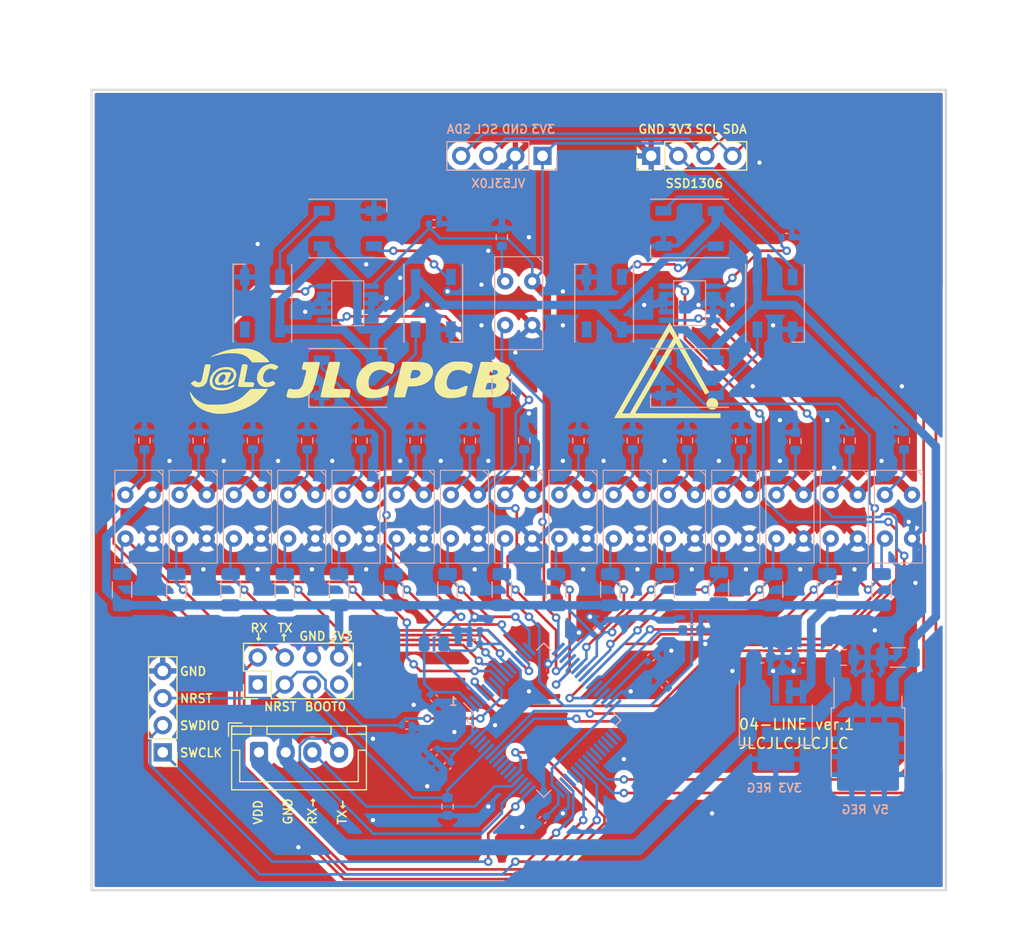
<source format=kicad_pcb>
(kicad_pcb (version 20221018) (generator pcbnew)
  (layers (0 "F.Cu" signal) (31 "B.Cu" signal) (34 "B.Paste" user) (35 "F.Paste" user) (36 "B.SilkS" user "B.Silkscreen") (37 "F.SilkS" user "F.Silkscreen") (38 "B.Mask" user) (39 "F.Mask" user) (44 "Edge.Cuts" user))
  (net 0 "")
  (net 1 "GND")
  (net 2 "+5V")
  (net 3 "Net-(D1-DOUT)")
  (net 4 "photo_L_1")
  (net 5 "photo_L_2")
  (net 6 "photo_L_3")
  (net 7 "photo_L_4")
  (net 8 "photo_L_5")
  (net 9 "photo_L_6")
  (net 10 "photo_L_7")
  (net 11 "Net-(D2-DOUT)")
  (net 12 "photo_R_1")
  (net 13 "photo_R_2")
  (net 14 "photo_R_3")
  (net 15 "photo_R_4")
  (net 16 "photo_R_5")
  (net 17 "photo_R_6")
  (net 18 "photo_R_7")
  (net 19 "Net-(D3-DOUT)")
  (net 21 "SWCLK")
  (net 22 "I2C2_SDA")
  (net 23 "I2C2_SCL")
  (net 24 "+3V3")
  (net 25 "photo_center")
  (net 26 "photo_front")
  (net 27 "I2C1_SDA")
  (net 28 "I2C1_SCL")
  (net 29 "VDD")
  (net 30 "SWDIO")
  (net 31 "Net-(U2-Cathode)")
  (net 32 "Net-(U3-Cathode)")
  (net 33 "Net-(U4-Cathode)")
  (net 34 "Net-(U5-Cathode)")
  (net 35 "Net-(U6-Cathode)")
  (net 36 "Net-(U7-Cathode)")
  (net 37 "Net-(U8-Cathode)")
  (net 38 "Net-(U10-Cathode)")
  (net 39 "I2C3_SCL")
  (net 40 "Net-(U12-Cathode)")
  (net 41 "Net-(U13-Cathode)")
  (net 42 "Net-(U14-Cathode)")
  (net 43 "Net-(U15-Cathode)")
  (net 44 "Net-(U16-Cathode)")
  (net 45 "Net-(U17-Cathode)")
  (net 46 "I2C3_SDA")
  (net 47 "UART3_RX")
  (net 48 "UART1_RX")
  (net 49 "NRST")
  (net 50 "UART1_TX")
  (net 51 "BOOT0")
  (net 52 "UART3_TX")
  (net 53 "LED_L")
  (net 54 "Net-(D5-DOUT)")
  (net 55 "LED_R")
  (net 56 "Net-(D6-DOUT)")
  (net 57 "Net-(D7-DOUT)")
  (net 59 "Net-(U24-VCAP_1)")
  (net 60 "Net-(U24-VDDA)")
  (net 63 "Net-(U9-Cathode)")
  (net 64 "Net-(U18-Cathode)")
  (net 65 "Net-(U24-PB2)")
  (footprint "Connector_PinHeader_2.54mm:PinHeader_2x04_P2.54mm_Vertical" (layer "F.Cu") (at 60.96 125.73 90)
    (fp_text reference "J4" hide)
    (fp_text value "WRITER CONN" hide)
  )
  (footprint "Connector_PinHeader_2.54mm:PinHeader_1x04_P2.54mm_Vertical" (layer "F.Cu") (at 52.07 132.08 180)
    (fp_text reference "J1" hide)
    (fp_text value "ST-LINK" hide)
  )
  (footprint "logo:jlcpcb_logo_big" (layer "F.Cu") (at 69.596 97.282)
    (fp_text reference "G***" hide)
    (fp_text value "LOGO" hide)
  )
  (footprint "Connector_JST:JST_XH_B4B-XH-A_1x04_P2.50mm_Vertical" (layer "F.Cu") (at 61.08 132.08)
    (fp_text reference "J3" hide)
    (fp_text value "ToMAIN" hide)
  )
  (footprint "Connector_PinHeader_2.54mm:PinHeader_1x04_P2.54mm_Vertical" (layer "F.Cu") (at 97.8 76.2 90)
    (fp_text reference "J5" hide)
    (fp_text value "SSD1306" hide)
  )
  (footprint "logo:tuton_logo" (layer "F.Cu") (at 99.314 96.266)
    (fp_text reference "G***" hide)
    (fp_text value "LOGO" hide)
  )
  (footprint "Capacitor_SMD:C_0402_1005Metric" (layer "B.Cu") (at 81.28 121.92)
    (fp_text reference "C15" hide)
    (fp_text value "100n" hide)
  )
  (footprint "LED_SMD:LED_WS2812B_PLCC4_5.0x5.0mm_P3.2mm" (layer "B.Cu") (at 77.4005 90 -90)
    (fp_text reference "D6" hide)
    (fp_text value "WS2812B" hide)
  )
  (footprint "Akiduki:LBR127HLD" (layer "B.Cu") (at 80.3205 110 90)
    (fp_text reference "U2" hide)
    (fp_text value "~" hide)
  )
  (footprint "Resistor_SMD:R_0603_1608Metric" (layer "B.Cu") (at 101.6 120.65)
    (fp_text reference "R26" hide)
    (fp_text value "10k" hide)
  )
  (footprint "Akiduki:LBR127HLD" (layer "B.Cu") (at 105.7205 110 90)
    (fp_text reference "U15" hide)
    (fp_text value "~" hide)
  )
  (footprint "Capacitor_SMD:C_0402_1005Metric" (layer "B.Cu") (at 81.28 120.65)
    (fp_text reference "C16" hide)
    (fp_text value "1u" hide)
  )
  (footprint "Akiduki:LBR127HLD" (layer "B.Cu") (at 100.6405 110 90)
    (fp_text reference "U14" hide)
    (fp_text value "~" hide)
  )
  (footprint "Resistor_SMD:R_0603_1608Metric" (layer "B.Cu") (at 83.82 83.82 90)
    (fp_text reference "R9" hide)
    (fp_text value "105" hide)
  )
  (footprint "Akiduki:S11059" (layer "B.Cu") (at 69.4005 90 180)
    (fp_text reference "U25" hide)
    (fp_text value "~" hide)
  )
  (footprint "Akiduki:LBR127HLD" (layer "B.Cu") (at 54.9205 110 90)
    (fp_text reference "U7" hide)
    (fp_text value "~" hide)
  )
  (footprint "Capacitor_SMD:C_1206_3216Metric" (layer "B.Cu") (at 120.905 123.19 180)
    (fp_text reference "C10" hide)
    (fp_text value "100u" hide)
  )
  (footprint "Resistor_SMD:R_1206_3216Metric" (layer "B.Cu") (at 58.42 116.84 90)
    (fp_text reference "R14" hide)
    (fp_text value "1k" hide)
  )
  (footprint "Capacitor_SMD:C_0402_1005Metric" (layer "B.Cu") (at 110.49 83.82)
    (fp_text reference "C6" hide)
    (fp_text value "100n" hide)
  )
  (footprint "Connector_PinHeader_2.54mm:PinHeader_1x04_P2.54mm_Vertical" (layer "B.Cu") (at 87.63 76.2 90)
    (fp_text reference "J2" hide)
    (fp_text value "VL53L0X" hide)
  )
  (footprint "Resistor_SMD:R_1206_3216Metric" (layer "B.Cu") (at 99.06 116.84 90)
    (fp_text reference "R30" hide)
    (fp_text value "1k" hide)
  )
  (footprint "Resistor_SMD:R_0603_1608Metric" (layer "B.Cu") (at 121.475 102.87 90)
    (fp_text reference "R25" hide)
    (fp_text value "105" hide)
  )
  (footprint "Akiduki:LBR127HLD" (layer "B.Cu") (at 70.1605 110 90)
    (fp_text reference "U4" hide)
    (fp_text value "~" hide)
  )
  (footprint "Resistor_SMD:R_0603_1608Metric" (layer "B.Cu") (at 65.595 102.87 90)
    (fp_text reference "R4" hide)
    (fp_text value "105" hide)
  )
  (footprint "Resistor_SMD:R_1206_3216Metric" (layer "B.Cu") (at 78.74 116.84 90)
    (fp_text reference "R10" hide)
    (fp_text value "1k" hide)
  )
  (footprint "Resistor_SMD:R_1206_3216Metric" (layer "B.Cu") (at 119.38 116.84 90)
    (fp_text reference "R34" hide)
    (fp_text value "1k" hide)
  )
  (footprint "Resistor_SMD:R_0603_1608Metric" (layer "B.Cu") (at 116.395 102.87 90)
    (fp_text reference "R24" hide)
    (fp_text value "105" hide)
  )
  (footprint "Resistor_SMD:R_1206_3216Metric" (layer "B.Cu") (at 68.58 116.84 90)
    (fp_text reference "R12" hide)
    (fp_text value "1k" hide)
  )
  (footprint "Resistor_SMD:R_0603_1608Metric" (layer "B.Cu") (at 50.355 102.87 90)
    (fp_text reference "R7" hide)
    (fp_text value "105" hide)
  )
  (footprint "Resistor_SMD:R_0603_1608Metric" (layer "B.Cu") (at 101.155 102.87 90)
    (fp_text reference "R21" hide)
    (fp_text value "105" hide)
  )
  (footprint "Resistor_SMD:R_1206_3216Metric" (layer "B.Cu") (at 114.3 116.84 90)
    (fp_text reference "R33" hide)
    (fp_text value "1k" hide)
  )
  (footprint "Resistor_SMD:R_1206_3216Metric" (layer "B.Cu") (at 83.82 116.84 90)
    (fp_text reference "R17" hide)
    (fp_text value "1k" hide)
  )
  (footprint "Resistor_SMD:R_0603_1608Metric" (layer "B.Cu") (at 111.315 102.93 90)
    (fp_text reference "R23" hide)
    (fp_text value "105" hide)
  )
  (footprint "Resistor_SMD:R_1206_3216Metric" (layer "B.Cu") (at 73.66 116.84 90)
    (fp_text reference "R11" hide)
    (fp_text value "1k" hide)
  )
  (footprint "Resistor_SMD:R_1206_3216Metric" (layer "B.Cu") (at 83.82 97.79 90)
    (fp_text reference "R18" hide)
    (fp_text value "1k" hide)
  )
  (footprint "Resistor_SMD:R_1206_3216Metric" (layer "B.Cu") (at 48.26 116.84 90)
    (fp_text reference "R16" hide)
    (fp_text value "1k" hide)
  )
  (footprint "Resistor_SMD:R_1206_3216Metric" (layer "B.Cu") (at 109.22 116.84 90)
    (fp_text reference "R32" hide)
    (fp_text value "1k" hide)
  )
  (footprint "Resistor_SMD:R_0603_1608Metric" (layer "B.Cu") (at 70.675 102.87 90)
    (fp_text reference "R3" hide)
    (fp_text value "105" hide)
  )
  (footprint "Capacitor_SMD:C_0805_2012Metric" (layer "B.Cu") (at 115.825 123.19)
    (fp_text reference "C9" hide)
    (fp_text value "0.33u" hide)
  )
  (footprint "Akiduki:LBR127HLD" (layer "B.Cu") (at 65.0805 110 90)
    (fp_text reference "U5" hide)
    (fp_text value "~" hide)
  )
  (footprint "LED_SMD:LED_WS2812B_PLCC4_5.0x5.0mm_P3.2mm" (layer "B.Cu") (at 69.4005 97 180)
    (fp_text reference "D5" hide)
    (fp_text value "WS2812B" hide)
  )
  (footprint "Resistor_SMD:R_0805_2012Metric" (layer "B.Cu") (at 77.47 121.92)
    (fp_text reference "FB1" hide)
    (fp_text value "FerriteBead" hide)
  )
  (footprint "LED_SMD:LED_WS2812B_PLCC4_5.0x5.0mm_P3.2mm" (layer "B.Cu") (at 101.4005 83 180)
    (fp_text reference "D3" hide)
    (fp_text value "WS2812B" hide)
  )
  (footprint "LED_SMD:LED_WS2812B_PLCC4_5.0x5.0mm_P3.2mm" (layer "B.Cu") (at 61.4005 90 90)
    (fp_text reference "D8" hide)
    (fp_text value "WS2812B" hide)
  )
  (footprint "Package_TO_SOT_SMD:SOT-223-6" (layer "B.Cu") (at 109.475 129.54 -90)
    (fp_text reference "U27" hide)
    (fp_text value "~" hide)
  )
  (footprint "Capacitor_SMD:C_0402_1005Metric" (layer "B.Cu") (at 77.47 132.08 45)
    (fp_text reference "C4" hide)
    (fp_text value "100n" hide)
  )
  (footprint "Capacitor_SMD:C_0402_1005Metric" (layer "B.Cu") (at 77.47 127 135)
    (fp_text reference "C5" hide)
    (fp_text value "100n" hide)
  )
  (footprint "Capacitor_SMD:C_0402_1005Metric" (layer "B.Cu") (at 92.71 120.65 -135)
    (fp_text reference "C12" hide)
    (fp_text value "100n" hide)
  )
  (footprint "Resistor_SMD:R_1206_3216Metric" (layer "B.Cu") (at 104.14 116.6475 90)
    (fp_text reference "R31" hide)
    (fp_text value "1k" hide)
  )
  (footprint "Resistor_SMD:R_1206_3216Metric" (layer "B.Cu") (at 88.9 116.84 90)
    (fp_text reference "R28" hide)
    (fp_text value "1k" hide)
  )
  (footprint "Akiduki:LBR127HLD" (layer "B.Cu") (at 110.8005 110 90)
    (fp_text reference "U16" hide)
    (fp_text value "~" hide)
  )
  (footprint "Resistor_SMD:R_0603_1608Metric" (layer "B.Cu") (at 106.235 102.87 90)
    (fp_text reference "R22" hide)
    (fp_text value "105" hide)
  )
  (footprint "Package_QFP:LQFP-64_10x10mm_P0.5mm" (layer "B.Cu") (at 87.748159 129.068287 -45)
    (fp_text reference "U24" hide)
    (fp_text value "STM32F446RETx" hide)
  )
  (footprint "Capacitor_SMD:C_0603_1608Metric" (layer "B.Cu") (at 112.015 123.19 180)
    (fp_text reference "C8" hide)
    (fp_text value "10u" hide)
  )
  (footprint "Akiduki:LBR127HLD" (layer "B.Cu") (at 115.8805 110 90)
    (fp_text reference "U17" hide)
    (fp_text value "~" hide)
  )
  (footprint "LED_SMD:LED_WS2812B_PLCC4_5.0x5.0mm_P3.2mm" (layer "B.Cu") (at 93.4005 90 90)
    (fp_text reference "D4" hide)
    (fp_text value "WS2812B" hide)
  )
  (footprint "Capacitor_SMD:C_0402_1005Metric" (layer "B.Cu") (at 78.74 133.35 -135)
    (fp_text reference "C14" hide)
    (fp_text value "4.7u" hide)
  )
  (footprint "Akiduki:LBR127HLD" (layer "B.Cu") (at 49.8405 110 90)
    (fp_text reference "U8" hide)
    (fp_text value "~" hide)
  )
  (footprint "Resistor_SMD:R_0603_1608Metric" (layer "B.Cu") (at 85.915 102.87 90)
    (fp_text reference "R8" hide)
    (fp_text value "105" hide)
  )
  (footprint "Capacitor_SMD:C_0402_1005Metric" (layer "B.Cu") (at 97.79 123.19 45)
    (fp_text reference "C2" hide)
    (fp_text value "4.7u" hide)
  )
  (footprint "Resistor_SMD:R_1206_3216Metric" (layer "B.Cu") (at 93.98 116.84 90)
    (fp_text reference "R29" hide)
    (fp_text value "1k" hide)
  )
  (footprint "Resistor_SMD:R_0603_1608Metric" (layer "B.Cu") (at 96.075 102.87 90)
    (fp_text reference "R20" hide)
    (fp_text value "105" hide)
  )
  (footprint "Akiduki:LBR127HLD" (layer "B.Cu") (at 90.4805 110 90)
    (fp_text reference "U12" hide)
    (fp_text value "~" hide)
  )
  (footprint "Capacitor_SMD:C_0402_1005Metric" (layer "B.Cu") (at 77.47 82.55)
    (fp_text reference "C3" hide)
    (fp_text value "100n" hide)
  )
  (footprint "Resistor_SMD:R_0603_1608Metric" (layer "B.Cu") (at 60.515 102.87 90)
    (fp_text reference "R5" hide)
    (fp_text value "105" hide)
  )
  (footprint "Package_TO_SOT_SMD:TO-252-3_TabPin2" (layer "B.Cu") (at 118.11 131.225 -90)
    (fp_text reference "U28" hide)
    (fp_text value "~" hide)
  )
  (footprint "Capacitor_SMD:C_0402_1005Metric" (layer "B.Cu") (at 74.93 129.54 180)
    (fp_text reference "C1" hide)
    (fp_text value "100n" hide)
  )
  (footprint "Resistor_SMD:R_0603_1608Metric" (layer "B.Cu") (at 90.995 102.87 90)
    (fp_text reference "R19" hide)
    (fp_text value "105" hide)
  )
  (footprint "Capacitor_SMD:C_0402_1005Metric" (layer "B.Cu") (at 87.63 138.43 45)
    (fp_text reference "C13" hide)
    (fp_text value "100n" hide)
  )
  (footprint "Resistor_SMD:R_0603_1608Metric" (layer "B.Cu") (at 80.835 102.87 90)
    (fp_text reference "R1" hide)
    (fp_text value "105" hide)
  )
  (footprint "Resistor_SMD:R_1206_3216Metric" (layer "B.Cu") (at 63.5 116.84 90)
    (fp_text reference "R13" hide)
    (fp_text value "1k" hide)
  )
  (footprint "Akiduki:LBR127HLD" (layer "B.Cu") (at 75.2405 110 90)
    (fp_text reference "U3" hide)
    (fp_text value "~" hide)
  )
  (footprint "Akiduki:S11059" (layer "B.Cu") (at 101.4005 90 180)
    (fp_text reference "U26" hide)
    (fp_text value "~" hide)
  )
  (footprint "Akiduki:LBR127HLD" (layer "B.Cu") (at 85.4005 110 90)
    (fp_text reference "U9" hide)
    (fp_text value "~" hide)
  )
  (footprint "Akiduki:LBR127HLD" (layer "B.Cu") (at 120.9605 110 90)
    (fp_text reference "U18" hide)
    (fp_text value "~" hide)
  )
  (footprint "LED_SMD:LED_WS2812B_PLCC4_5.0x5.0mm_P3.2mm" (layer "B.Cu") (at 109.4005 90 -90)
    (fp_text reference "D2" hide)
    (fp_text value "WS2812B" hide)
  )
  (footprint "Akiduki:LBR127HLD" (layer "B.Cu") (at 60.0005 110 90)
    (fp_text reference "U6" hide)
    (fp_text value "~" hide)
  )
  (footprint "Capacitor_SMD:C_0402_1005Metric" (layer "B.Cu") (at 99.06 125.73 -45)
    (fp_text reference "C11" hide)
    (fp_text value "100n" hide)
  )
  (footprint "Akiduki:LBR127HLD" (layer "B.Cu") (at 85.4005 90 90)
    (fp_text reference "U10" hide)
    (fp_text value "~" hide)
  )
  (footprint "LED_SMD:LED_WS2812B_PLCC4_5.0x5.0mm_P3.2mm" (layer "B.Cu") (at 69.4005 83)
    (fp_text reference "D7" hide)
    (fp_text value "WS2812B" hide)
  )
  (footprint "Capacitor_SMD:C_0603_1608Metric" (layer "B.Cu") (at 108.205 123.19)
    (fp_text reference "C7" hide)
    (fp_text value "10u" hide)
  )
  (footprint "Resistor_SMD:R_0603_1608Metric" (layer "B.Cu") (at 78.74 137.16 -90)
    (fp_text reference "R37" hide)
    (fp_text value "10k" hide)
  )
  (footprint "Resistor_SMD:R_0603_1608Metric" (layer "B.Cu") (at 55.435 102.87 90)
    (fp_text reference "R6" hide)
    (fp_text value "105" hide)
  )
  (footprint "LED_SMD:LED_WS2812B_PLCC4_5.0x5.0mm_P3.2mm" (layer "B.Cu") (at 101.4005 97 180)
    (fp_text reference "D1" hide)
    (fp_text value "WS2812B" hide)
  )
  (footprint "Resistor_SMD:R_1206_3216Metric" (layer "B.Cu") (at 53.34 116.84 90)
    (fp_text reference "R15" hide)
    (fp_text value "1k" hide)
  )
  (footprint "Akiduki:LBR127HLD" (layer "B.Cu") (at 95.5605 110 90)
    (fp_text reference "U13" hide)
    (fp_text value "~" hide)
  )
  (footprint "Resistor_SMD:R_0603_1608Metric" (layer "B.Cu") (at 75.755 102.87 90)
    (fp_text reference "R2" hide)
    (fp_text value "105" hide)
  )
  (gr_rect (start 45.4005 70) (end 125.4005 145) (stroke (width 0.2)) (fill none) (layer "Edge.Cuts"))
  (gr_text "5V REG" (at 120.142 137.922) (layer "B.SilkS") (effects (font (size 0.8 0.8)) (justify left bottom mirror)))
  (gr_text "3V3" (at 88.9 74.168) (layer "B.SilkS") (effects (font (size 0.8 0.8)) (justify left bottom mirror)))
  (gr_text "GND" (at 86.36 74.168) (layer "B.SilkS") (effects (font (size 0.8 0.8)) (justify left bottom mirror)))
  (gr_text "SCL" (at 83.566 74.168) (layer "B.SilkS") (effects (font (size 0.8 0.8)) (justify left bottom mirror)))
  (gr_text "1" (at 79.756 127.762) (layer "B.SilkS") (effects (font (size 0.8 0.8) (thickness 0.15) bold) (justify left bottom mirror)))
  (gr_text "SDA" (at 81.026 74.168) (layer "B.SilkS") (effects (font (size 0.8 0.8)) (justify left bottom mirror)))
  (gr_text "VL53L0X" (at 86.106 79.248) (layer "B.SilkS") (effects (font (size 0.8 0.8)) (justify left bottom mirror)))
  (gr_text "3V3 REG" (at 112.014 135.89) (layer "B.SilkS") (effects (font (size 0.8 0.8)) (justify left bottom mirror)))
  (gr_text "NRST\n" (at 53.594 127.508) (layer "F.SilkS") (effects (font (size 0.8 0.8)) (justify left bottom)))
  (gr_text "VDD" (at 61.468 138.938 90) (layer "F.SilkS") (effects (font (size 0.8 0.8)) (justify left bottom)))
  (gr_text "RX→" (at 66.548 138.938 90) (layer "F.SilkS") (effects (font (size 0.8 0.8)) (justify left bottom)))
  (gr_text "RX\n" (at 60.198 120.904) (layer "F.SilkS") (effects (font (size 0.8 0.8)) (justify left bottom)))
  (gr_text "04-LINE ver.1" (at 105.918 130.048) (layer "F.SilkS") (effects (font (size 1 1)) (justify left bottom)))
  (gr_text "JLCJLCJLCJLC" (at 105.918 131.826) (layer "F.SilkS") (effects (font (size 1 1)) (justify left bottom)))
  (gr_text "GND" (at 53.594 124.968) (layer "F.SilkS") (effects (font (size 0.8 0.8)) (justify left bottom)))
  (gr_text "3V3\n" (at 67.564 121.666) (layer "F.SilkS") (effects (font (size 0.8 0.8)) (justify left bottom)))
  (gr_text "TX←" (at 69.342 138.938 90) (layer "F.SilkS") (effects (font (size 0.8 0.8)) (justify left bottom)))
  (gr_text "SCL" (at 101.854 74.168) (layer "F.SilkS") (effects (font (size 0.8 0.8)) (justify left bottom)))
  (gr_text "SWCLK" (at 53.594 132.588) (layer "F.SilkS") (effects (font (size 0.8 0.8)) (justify left bottom)))
  (gr_text "GND" (at 64.262 138.938 90) (layer "F.SilkS") (effects (font (size 0.8 0.8)) (justify left bottom)))
  (gr_text "↓" (at 64.008 120.904 180) (layer "F.SilkS") (effects (font (size 0.8 0.8)) (justify left bottom)))
  (gr_text "↓" (at 60.452 121.666) (layer "F.SilkS") (effects (font (size 0.8 0.8)) (justify left bottom)))
  (gr_text "SWDIO" (at 53.594 130.048) (layer "F.SilkS") (effects (font (size 0.8 0.8)) (justify left bottom)))
  (gr_text "GND" (at 64.77 121.666) (layer "F.SilkS") (effects (font (size 0.8 0.8)) (justify left bottom)))
  (gr_text "TX" (at 62.738 120.904) (layer "F.SilkS") (effects (font (size 0.8 0.8)) (justify left bottom)))
  (gr_text "BOOT0" (at 65.278 128.27) (layer "F.SilkS") (effects (font (size 0.8 0.8)) (justify left bottom)))
  (gr_text "GND" (at 96.52 74.168) (layer "F.SilkS") (effects (font (size 0.8 0.8)) (justify left bottom)))
  (gr_text "SDA" (at 104.394 74.168) (layer "F.SilkS") (effects (font (size 0.8 0.8)) (justify left bottom)))
  (gr_text "3V3" (at 99.314 74.168) (layer "F.SilkS") (effects (font (size 0.8 0.8)) (justify left bottom)))
  (gr_text "SSD1306" (at 99.06 79.248) (layer "F.SilkS") (effects (font (size 0.8 0.8)) (justify left bottom)))
  (gr_text "NRST" (at 61.468 128.27) (layer "F.SilkS") (effects (font (size 0.8 0.8)) (justify left bottom)))
  (segment (start 85.09 76.2) (end 86.44 74.85) (width 0.6) (layer "F.Cu") (net 1))
  (segment (start 92.075 119.38) (end 92.075 119.82776) (width 0.25) (layer "F.Cu") (net 1))
  (segment (start 88.148344 124.576656) (end 86.36 126.365) (width 0.25) (layer "F.Cu") (net 1))
  (segment (start 102.235 122.555) (end 102.87 121.92) (width 0.6) (layer "F.Cu") (net 1))
  (segment (start 96.45 74.85) (end 97.8 76.2) (width 0.6) (layer "F.Cu") (net 1))
  (segment (start 88.148344 123.801199) (end 88.148344 124.576656) (width 0.25) (layer "F.Cu") (net 1))
  (segment (start 99.695 122.555) (end 102.235 122.555) (width 0.6) (layer "F.Cu") (net 1))
  (segment (start 92.075 119.82776) (end 91.036229 120.866531) (width 0.25) (layer "F.Cu") (net 1))
  (segment (start 86.44 74.85) (end 96.45 74.85) (width 0.6) (layer "F.Cu") (net 1))
  (via (at 109.855 104.775) (size 0.8) (drill 0.4) (layers "F.Cu" "B.Cu") (net 1))
  (via (at 89.535 104.775) (size 0.8) (drill 0.4) (layers "F.Cu" "B.Cu") (net 1))
  (via (at 89.535 92.075) (size 0.8) (drill 0.4) (layers "F.Cu" "B.Cu") (net 1))
  (via (at 86.36 126.365) (size 0.8) (drill 0.4) (layers "F.Cu" "B.Cu") (net 1))
  (via (at 75.565 127.635) (size 0.8) (drill 0.4) (layers "F.Cu" "B.Cu") (net 1))
  (via (at 66.04 114.935) (size 0.8) (drill 0.4) (layers "F.Cu" "B.Cu") (net 1))
  (via (at 86.6395 105.41) (size 0.8) (drill 0.4) (layers "F.Cu" "B.Cu") (net 1))
  (via (at 81.915 88.265) (size 0.8) (drill 0.4) (layers "F.Cu" "B.Cu") (net 1))
  (via (at 104.14 104.775) (size 0.8) (drill 0.4) (layers "F.Cu" "B.Cu") (net 1))
  (via (at 107.95 76.835) (size 0.8) (drill 0.4) (layers "F.Cu" "B.Cu") (net 1))
  (via (at 118.745 120.65) (size 0.8) (drill 0.4) (layers "F.Cu" "B.Cu") (net 1))
  (via (at 96.52 114.935) (size 0.8) (drill 0.4) (layers "F.Cu" "B.Cu") (net 1))
  (via (at 71.12 114.935) (size 0.8) (drill 0.4) (layers "F.Cu" "B.Cu") (net 1))
  (via (at 78.74 88.9) (size 0.8) (drill 0.4) (layers "F.Cu" "B.Cu") (net 1))
  (via (at 60.96 84.455) (size 0.8) (drill 0.4) (layers "F.Cu" "B.Cu") (net 1))
  (via (at 71.755 130.81) (size 0.8) (drill 0.4) (layers "F.Cu" "B.Cu") (net 1))
  (via (at 52.705 104.775) (size 0.8) (drill 0.4) (layers "F.Cu" "B.Cu") (net 1))
  (via (at 106.68 114.935) (size 0.8) (drill 0.4) (layers "F.Cu" "B.Cu") (net 1))
  (via (at 89.535 137.795) (size 0.8) (drill 0.4) (layers "F.Cu" "B.Cu") (net 1))
  (via (at 111.125 124.46) (size 0.8) (drill 0.4) (layers "F.Cu" "B.Cu") (net 1))
  (via (at 81.915 92.075) (size 0.8) (drill 0.4) (layers "F.Cu" "B.Cu") (net 1))
  (via (at 99.695 122.555) (size 0.8) (drill 0.4) (layers "F.Cu" "B.Cu") (net 1))
  (via (at 103.505 137.795) (size 0.8) (drill 0.4) (layers "F.Cu" "B.Cu") (net 1))
  (via (at 97.155 90.17) (size 0.8) (drill 0.4) (layers "F.Cu" "B.Cu") (net 1))
  (via (at 85.09 94.615) (size 0.8) (drill 0.4) (layers "F.Cu" "B.Cu") (net 1))
  (via (at 92.075 119.38) (size 0.8) (drill 0.4) (layers "F.Cu" "B.Cu") (net 1))
  (via (at 67.945 104.775) (size 0.8) (drill 0.4) (layers "F.Cu" "B.Cu") (net 1))
  (via (at 89.535 88.9) (size 0.8) (drill 0.4) (layers "F.Cu" "B.Cu") (net 1))
  (via (at 70.485 123.825) (size 0.8) (drill 0.4) (layers "F.Cu" "B.Cu") (net 1))
  (via (at 78.105 104.775) (size 0.8) (drill 0.4) (layers "F.Cu" "B.Cu") (net 1))
  (via (at 109.855 100.965) (size 0.8) (drill 0.4) (layers "F.Cu" "B.Cu") (net 1))
  (via (at 83.185 129.54) (size 0.8) (drill 0.4) (layers "F.Cu" "B.Cu") (net 1))
  (via (at 82.55 137.16) (size 0.8) (drill 0.4) (layers "F.Cu" "B.Cu") (net 1))
  (via (at 86.36 100.33) (size 0.8) (drill 0.4) (layers "F.Cu" "B.Cu") (net 1))
  (via (at 57.785 104.775) (size 0.8) (drill 0.4) (layers "F.Cu" "B.Cu") (net 1))
  (via (at 71.755 138.43) (size 0.8) (drill 0.4) (layers "F.Cu" "B.Cu") (net 1))
  (via (at 79.375 130.175) (size 0.8) (drill 0.4) (layers "F.Cu" "B.Cu") (net 1))
  (via (at 119.38 104.775) (size 0.8) (drill 0.4) (layers "F.Cu" "B.Cu") (net 1))
  (via (at 105.41 124.46) (size 0.8) (drill 0.4) (layers "F.Cu" "B.Cu") (net 1))
  (via (at 99.06 104.775) (size 0.8) (drill 0.4) (layers "F.Cu" "B.Cu") (net 1))
  (via (at 76.835 135.255) (size 0.8) (drill 0.4) (layers "F.Cu" "B.Cu") (net 1))
  (via (at 111.76 114.935) (size 0.8) (drill 0.4) (layers "F.Cu" "B.Cu") (net 1))
  (via (at 122.555 116.205) (size 0.8) (drill 0.4) (layers "F.Cu" "B.Cu") (net 1))
  (via (at 81.28 114.935) (size 0.8) (drill 0.4) (layers "F.Cu" "B.Cu") (net 1))
  (via (at 105.41 90.17) (size 0.8) (drill 0.4) (layers "F.Cu" "B.Cu") (net 1))
  (via (at 73.025 89.535) (size 0.8) (drill 0.4) (layers "F.Cu" "B.Cu") (net 1))
  (via (at 109.22 92.075) (size 0.8) (drill 0.4) (layers "F.Cu" "B.Cu") (net 1))
  (via (at 82.55 85.09) (size 0.8) (drill 0.4) (layers "F.Cu" "B.Cu") (net 1))
  (via (at 91.44 114.935) (size 0.8) (drill 0.4) (layers "F.Cu" "B.Cu") (net 1))
  (via (at 102.87 121.92) (size 0.8) (drill 0.4) (layers "F.Cu" "B.Cu") (net 1))
  (via (at 91.036229 120.866531) (size 0.8) (drill 0.4) (layers "F.Cu" "B.Cu") (net 1))
  (via (at 62.865 104.775) (size 0.8) (drill 0.4) (layers "F.Cu" "B.Cu") (net 1))
  (via (at 74.295 87.63) (size 0.8) (drill 0.4) (layers "F.Cu" "B.Cu") (net 1))
  (via (at 85.725 139.065) (size 0.8) (drill 0.4) (layers "F.Cu" "B.Cu") (net 1))
  (via (at 86.36 83.82) (size 0.8) (drill 0.4) (layers "F.Cu" "B.Cu") (net 1))
  (via (at 60.96 114.935) (size 0.8) (drill 0.4) (layers "F.Cu" "B.Cu") (net 1))
  (via (at 107.315 97.79) (size 0.8) (drill 0.4) (layers "F.Cu" "B.Cu") (net 1))
  (via (at 82.55 104.775) (size 0.8) (drill 0.4) (layers "F.Cu" "B.Cu") (net 1))
  (via (at 121.92 110.49) (size 0.8) (drill 0.4) (layers "F.Cu" "B.Cu") (net 1))
  (via (at 71.12 86.36) (size 0.8) (drill 0.4) (layers "F.Cu" "B.Cu") (net 1))
  (via (at 88.148344 123.801199) (size 0.8) (drill 0.4) (layers "F.Cu" "B.Cu") (net 1))
  (via (at 64.77 140.97) (size 0.8) (drill 0.4) (layers "F.Cu" "B.Cu") (net 1))
  (via (at 102.235 90.17) (size 0.8) (drill 0.4) (layers "F.Cu" "B.Cu") (net 1))
  (via (at 121.285 97.79) (size 0.8) (drill 0.4) (layers "F.Cu" "B.Cu") (net 1))
  (via (at 74.295 104.775) (size 0.8) (drill 0.4) (layers "F.Cu" "B.Cu") (net 1))
  (via (at 116.84 114.935) (size 0.8) (drill 0.4) (layers "F.Cu" "B.Cu") (net 1))
  (via (at 81.28 119.38) (size 0.8) (drill 0.4) (layers "F.Cu" "B.Cu") (net 1))
  (via (at 114.3 100.965) (size 0.8) (drill 0.4) (layers "F.Cu" "B.Cu") (net 1))
  (via (at 76.835 90.17) (size 0.8) (drill 0.4) (layers "F.Cu" "B.Cu") (net 1))
  (via (at 95.885 126.365) (size 0.8) (drill 0.4) (layers "F.Cu" "B.Cu") (net 1))
  (via (at 65.405 90.805) (size 0.8) (drill 0.4) (layers "F.Cu" "B.Cu") (net 1))
  (via (at 93.345 104.775) (size 0.8) (drill 0.4) (layers "F.Cu" "B.Cu") (net 1))
  (via (at 55.88 114.935) (size 0.8) (drill 0.4) (layers "F.Cu" "B.Cu") (net 1))
  (via (at 109.22 124.46) (size 0.8) (drill 0.4) (layers "F.Cu" "B.Cu") (net 1))
  (via (at 101.6 114.935) (size 0.8) (drill 0.4) (layers "F.Cu" "B.Cu") (net 1))
  (via (at 114.935 105.41) (size 0.8) (drill 0.4) (layers "F.Cu" "B.Cu") (net 1))
  (via (at 95.25 132.715) (size 0.8) (drill 0.4) (layers "F.Cu" "B.Cu") (net 1))
  (segment (start 77.207793 129.805) (end 75.675 129.805) (width 0.6) (layer "B.Cu") (net 1))
  (segment (start 122.2305 112.05) (end 122.555 112.3745) (width 0.6) (layer "B.Cu") (net 1))
  (segment (start 122.2305 112.05) (end 122.2305 110.8005) (width 0.6) (layer "B.Cu") (net 1))
  (segment (start 77.735 128.532207) (end 77.735 129.277793) (width 0.6) (layer "B.Cu") (net 1))
  (segment (start 80.8 120.65) (end 80.8 119.86) (width 0.25) (layer "B.Cu") (net 1))
  (segment (start 75.41 131.925) (end 75.41 129.54) (width 0.6) (layer "B.Cu") (net 1))
  (segment (start 120.205 102.045) (end 120.015 102.235) (width 0.6) (layer "B.Cu") (net 1))
  (segment (start 94.059087 127.353553) (end 95.04764 126.365) (width 0.25) (layer "B.Cu") (net 1))
  (segment (start 97.96 90) (end 97.79 90.17) (width 0.6) (layer "B.Cu") (net 1))
  (segment (start 122.2305 110.8005) (end 121.92 110.49) (width 0.6) (layer "B.Cu") (net 1))
  (segment (start 71.4305 112.05) (end 72.6925 110.788) (width 0.6) (layer "B.Cu") (net 1))
  (segment (start 79.375 127.635) (end 79.375 128.27) (width 0.6) (layer "B.Cu") (net 1))
  (segment (start 99.2005 89.2) (end 99.2005 90.8) (width 0.25) (layer "B.Cu") (net 1))
  (segment (start 109.475 126.4025) (end 109.475 124.7025) (width 0.6) (layer "B.Cu") (net 1))
  (segment (start 77.735 129.277793) (end 77.207793 129.805) (width 0.6) (layer "B.Cu") (net 1))
  (segment (start 86.99 103.12) (end 86.99 105.0595) (width 0.8) (layer "B.Cu") (net 1))
  (segment (start 105.41 90.17) (end 104.5705 90.17) (width 0.6) (layer "B.Cu") (net 1))
  (segment (start 99.2005 89.2) (end 98.81525 89.58525) (width 0.25) (layer "B.Cu") (net 1))
  (segment (start 90.4885 110.788) (end 91.7505 112.05) (width 0.6) (layer "B.Cu") (net 1))
  (segment (start 88.419053 123.801199) (end 88.148344 123.801199) (width 0.25) (layer "B.Cu") (net 1))
  (segment (start 85.915 102.045) (end 85.915 100.775) (width 0.8) (layer "B.Cu") (net 1))
  (segment (start 85.915 100.775) (end 86.36 100.33) (width 0.8) (layer "B.Cu") (net 1))
  (segment (start 71.6005 89.2) (end 71.6005 91.44) (width 0.6) (layer "B.Cu") (net 1))
  (segment (start 109.475 124.7025) (end 109.7175 124.46) (width 0.6) (layer "B.Cu") (net 1))
  (segment (start 65.5955 90.805) (end 65.81775 90.58275) (width 0.6) (layer "B.Cu") (net 1))
  (segment (start 67.2005 89.2) (end 67.2005 90.8) (width 0.6) (layer "B.Cu") (net 1))
  (segment (start 78.400589 133.689411) (end 77.130589 132.419411) (width 0.6) (layer "B.Cu") (net 1))
  (segment (start 98.129411 122.850589) (end 99.06 121.92) (width 0.6) (layer "B.Cu") (net 1))
  (segment (start 98.720589 123.441767) (end 98.720589 125.390589) (width 0.6) (layer "B.Cu") (net 1))
  (segment (start 89.462893 135.379215) (end 90.058817 135.975139) (width 0.25) (layer "B.Cu") (net 1))
  (segment (start 109.7175 124.46) (end 111.125 124.46) (width 0.6) (layer "B.Cu") (net 1))
  (segment (start 88.604793 110.788) (end 90.4885 110.788) (width 0.6) (layer "B.Cu") (net 1))
  (segment (start 83.82 77.47) (end 83.82 82.995) (width 0.6) (layer "B.Cu") (net 1))
  (segment (start 79.079411 127.339411) (end 79.375 127.635) (width 0.6) (layer "B.Cu") (net 1))
  (segment (start 90.058817 137.271183) (end 89.535 137.795) (width 0.25) (layer "B.Cu") (net 1))
  (segment (start 97.79 90.17) (end 98.2305 90.17) (width 0.6) (layer "B.Cu") (net 1))
  (segment (start 86.020589 138.769411) (end 85.725 139.065) (width 0.6) (layer "B.Cu") (net 1))
  (segment (start 82.680252 129.54) (end 83.185 129.54) (width 0.25) (layer "B.Cu") (net 1))
  (segment (start 85.725 126.365) (end 85.725 127) (width 0.25) (layer "B.Cu") (net 1))
  (segment (start 102.6305 90.17) (end 103.6005 89.2) (width 0.6) (layer "B.Cu") (net 1))
  (segment (start 116.395 102.045) (end 116.395 101.79) (width 0.25) (layer "B.Cu") (net 1))
  (segment (start 92.118822 119.38) (end 93.049411 120.310589) (width 0.25) (layer "B.Cu") (net 1))
  (segment (start 98.81525 90.41475) (end 99.2005 90.8) (width 0.25) (layer "B.Cu") (net 1))
  (segment (start 86.99 105.0595) (end 86.6395 105.41) (width 0.8) (layer "B.Cu") (net 1))
  (segment (start 92.075 119.38) (end 92.118822 119.38) (width 0.25) (layer "B.Cu") (net 1))
  (segment (start 63.58 130.255) (end 62.865 129.54) (width 1.2) (layer "B.Cu") (net 1))
  (segment (start 121.475 102.045) (end 120.205 102.045) (width 0.6) (layer "B.Cu") (net 1))
  (segment (start 118.745 100.965) (end 120.015 102.235) (width 0.6) (layer "B.Cu") (net 1))
  (segment (start 99.2005 90) (end 97.96 90) (width 0.6) (layer "B.Cu") (net 1))
  (segment (start 73.025 89.535) (end 72.0655 89.535) (width 0.6) (layer "B.Cu") (net 1))
  (segment (start 113.03 85.09) (end 111.76 83.82) (width 0.6) (layer "B.Cu") (net 1))
  (segment (start 111.76 83.82) (end 110.97 83.82) (width 0.6) (layer "B.Cu") (net 1))
  (segment (start 98.5705 90.17) (end 98.81525 90.41475) (width 0.25) (layer "B.Cu") (net 1))
  (segment (start 81.437231 130.783021) (end 82.680252 129.54) (width 0.25) (layer "B.Cu") (net 1))
  (segment (start 65.81775 90.58275) (end 67.2005 89.2) (width 0.6) (layer "B.Cu") (net 1))
  (segment (start 98.81525 89.58525) (end 98.81525 90.41475) (width 0.25) (layer "B.Cu") (net 1))
  (segment (start 72.6925 110.788) (end 75.2485 110.788) (width 0.6) (layer "B.Cu") (net 1))
  (segment (start 85.915 102.045) (end 86.99 103.12) (width 0.8) (layer "B.Cu") (net 1))
  (segment (start 65.405 90.805) (end 65.5955 90.805) (width 0.6) (layer "B.Cu") (net 1))
  (segment (start 67.2005 90.8) (end 66.035 90.8) (width 0.6) (layer "B.Cu") (net 1))
  (segment (start 98.2305 90.17) (end 99.2005 89.2) (width 0.6) (layer "B.Cu") (net 1))
  (segment (start 75.2485 110.788) (end 76.5105 112.05) (width 0.6) (layer "B.Cu") (net 1))
  (segment (start 87.342793 112.05) (end 88.604793 110.788) (width 0.6) (layer "B.Cu") (net 1))
  (segment (start 73.025 90.0155) (end 71.6005 91.44) (width 0.6) (layer "B.Cu") (net 1))
  (segment (start 85.568688 124.413942) (end 85.568688 126.208688) (width 0.25) (layer "B.Cu") (net 1))
  (segment (start 85.725 127) (end 83.185 129.54) (width 0.25) (layer "B.Cu") (net 1))
  (segment (start 121.475 101.79) (end 118.745 99.06) (width 0.6) (layer "B.Cu") (net 1))
  (segment (start 102.235 90.17) (end 102.6305 90.17) (width 0.6) (layer "B.Cu") (net 1))
  (segment (start 71.6005 91.44) (end 71.6005 91.55) (width 0.6) (layer "B.Cu") (net 1))
  (segment (start 77.809411 127.339411) (end 79.079411 127.339411) (width 0.6) (layer "B.Cu") (net 1))
  (segment (start 78.105 134.62) (end 75.41 131.925) (width 0.6) (layer "B.Cu") (net 1))
  (segment (start 115.57 100.965) (end 114.3 100.965) (width 0.25) (layer "B.Cu") (net 1))
  (segment (start 116.395 101.79) (end 115.57 100.965) (width 0.25) (layer "B.Cu") (net 1))
  (segment (start 63.58 132.795) (end 67.945 137.16) (width 1.2) (layer "B.Cu") (net 1))
  (segment (start 77.143822 128.005) (end 77.207793 128.005) (width 0.6) (layer "B.Cu") (net 1))
  (segment (start 103.6005 89.2) (end 103.6005 90.8) (width 0.25) (layer "B.Cu") (net 1))
  (segment (start 89.462893 122.757359) (end 91.036229 121.184023) (width 0.25) (layer "B.Cu") (net 1))
  (segment (start 97.155 90.17) (end 98.5705 90.17) (width 0.25) (layer "B.Cu") (net 1))
  (segment (start 80.8 120.65) (end 80.8 121.92) (width 0.25) (layer "B.Cu") (net 1))
  (segment (start 87.290589 138.769411) (end 86.020589 138.769411) (width 0.6) (layer "B.Cu") (net 1))
  (segment (start 66.035 90.8) (end 65.81775 90.58275) (width 0.6) (layer "B.Cu") (net 1))
  (segment (start 95.04764 126.365) (end 95.885 126.365) (width 0.25) (layer "B.Cu") (net 1))
  (segment (start 77.207793 128.005) (end 77.735 128.532207) (width 0.6) (layer "B.Cu") (net 1))
  (segment (start 103.72025 89.31975) (end 103.6005 89.2) (width 0.6) (layer "B.Cu") (net 1))
  (segment (start 91.036229 121.184023) (end 91.036229 120.866531) (width 0.25) (layer "B.Cu") (net 1))
  (segment (start 85.09 76.2) (end 83.82 77.47) (width 0.6) (layer "B.Cu") (net 1))
  (segment (start 97.155 90.17) (end 97.79 90.17) (width 0.6) (layer "B.Cu") (net 1))
  (segment (start 90.058817 135.975139) (end 90.058817 137.271183) (width 0.25) (layer "B.Cu") (net 1))
  (segment (start 72.0655 89.535) (end 71.6005 90) (width 0.6) (layer "B.Cu") (net 1))
  (segment (start 89.462893 122.757359) (end 88.419053 123.801199) (width 0.25) (layer "B.Cu") (net 1))
  (segment (start 66.04 123.19) (end 66.04 121.285) (width 1.2) (layer "B.Cu") (net 1))
  (segment (start 71.6005 91.6) (end 74.295 88.9055) (width 0.25) (layer "B.Cu") (net 1))
  (segment (start 75.675 129.805) (end 75.41 129.54) (width 0.6) (layer "B.Cu") (net 1))
  (segment (start 80.8 119.86) (end 81.28 119.38) (width 0.25) (layer "B.Cu") (net 1))
  (segment (start 122.555 112.3745) (end 122.555 116.205) (width 0.6) (layer "B.Cu") (net 1))
  (segment (start 77.809411 127.339411) (end 77.143822 128.005) (width 0.6) (layer "B.Cu") (net 1))
  (segment (start 84.972765 123.818019) (end 85.568688 124.413942) (width 0.25) (layer "B.Cu") (net 1))
  (segment (start 103.6005 89.4395) (end 103.72025 89.31975) (width 0.6) (layer "B.Cu") (net 1))
  (segment (start 85.568688 126.208688) (end 85.725 126.365) (width 0.25) (layer "B.Cu") (net 1))
  (segment (start 63.58 132.08) (end 63.58 130.255) (width 1.2) (layer "B.Cu") (net 1))
  (segment (start 98.129411 122.850589) (end 98.720589 123.441767) (width 0.6) (layer "B.Cu") (net 1))
  (segment (start 103.6005 91.6) (end 103.6005 89.4395) (width 0.6) (layer "B.Cu") (net 1))
  (segment (start 78.400589 133.689411) (end 78.400589 134.324411) (width 0.6) (layer "B.Cu") (net 1))
  (segment (start 74.295 88.9055) (end 74.295 87.63) (width 0.25) (layer "B.Cu") (net 1))
  (segment (start 118.745 99.06) (end 118.745 100.965) (width 0.6) (layer "B.Cu") (net 1))
  (segment (start 104.5705 90.17) (end 103.72025 89.31975) (width 0.6) (layer "B.Cu") (net 1))
  (segment (start 78.400589 134.324411) (end 78.105 134.62) (width 0.6) (layer "B.Cu") (net 1))
  (segment (start 73.025 89.535) (end 73.025 90.0155) (width 0.6) (layer "B.Cu") (net 1))
  (segment (start 86.6705 112.05) (end 87.342793 112.05) (width 0.6) (layer "B.Cu") (net 1))
  (segment (start 111.211912 90.17) (end 107.7505 90.17) (width 0.8) (layer "B.Cu") (net 2))
  (segment (start 66.9505 84.65) (end 66.9505 85.9) (width 0.8) (layer "B.Cu") (net 2))
  (segment (start 73.025 92.075) (end 75.7505 89.3495) (width 0.8) (layer "B.Cu") (net 2))
  (segment (start 122.38 123.19) (end 122.38 121.46) (width 0.8) (layer "B.Cu") (net 2))
  (segment (start 107.7505 87.55) (end 107.7505 85.25) (width 0.8) (layer "B.Cu") (net 2))
  (segment (start 122.38 121.46) (end 124.46 119.38) (width 0.8) (layer "B.Cu") (net 2))
  (segment (start 63.0505 92.45) (end 68.9505 92.45) (width 0.8) (layer "B.Cu") (net 2))
  (segment (start 120.39 125.18) (end 122.38 123.19) (width 0.8) (layer "B.Cu") (net 2))
  (segment (start 124.46 103.418088) (end 111.211912 90.17) (width 0.8) (layer "B.Cu") (net 2))
  (segment (start 107.7505 90.17) (end 107.7505 87.55) (width 0.8) (layer "B.Cu") (net 2))
  (segment (start 70.3005 88) (end 70.3005 92.02877) (width 0.8) (layer "B.Cu") (net 2))
  (segment (start 107.7505 85.25) (end 103.8505 81.35) (width 0.8) (layer "B.Cu") (net 2))
  (segment (start 95.0505 92.45) (end 100.9505 92.45) (width 0.8) (layer "B.Cu") (net 2))
  (segment (start 68.9505 92.45) (end 71.8505 95.35) (width 0.8) (layer "B.Cu") (net 2))
  (segment (start 107.7505 90.2) (end 107.7505 90.17) (width 0.8) (layer "B.Cu") (net 2))
  (segment (start 66.9505 84.65) (end 70.3005 88) (width 0.8) (layer "B.Cu") (net 2))
  (segment (start 75.7505 87.55) (end 78.3705 90.17) (width 0.8) (layer "B.Cu") (net 2))
  (segment (start 72.65 92.45) (end 73.025 92.075) (width 0.8) (layer "B.Cu") (net 2))
  (segment (start 71.8505 95.35) (end 71.8505 93.2495) (width 0.8) (layer "B.Cu") (net 2))
  (segment (start 66.9505 85.9) (end 63.0505 89.8) (width 0.8) (layer "B.Cu") (net 2))
  (segment (start 103.8505 81.35) (end 103.8505 82.6) (width 0.8) (layer "B.Cu") (net 2))
  (segment (start 78.3705 90.17) (end 92.7705 90.17) (width 0.8) (layer "B.Cu") (net 2))
  (segment (start 92.7705 90.17) (end 95.0505 92.45) (width 0.8) (layer "B.Cu") (net 2))
  (segment (start 120.39 126.185) (end 120.39 125.18) (width 0.8) (layer "B.Cu") (net 2))
  (segment (start 124.46 119.38) (end 124.46 103.418088) (width 0.8) (layer "B.Cu") (net 2))
  (segment (start 70.3005 92.02877) (end 70.72173 92.45) (width 0.8) (layer "B.Cu") (net 2))
  (segment (start 75.7505 89.3495) (end 75.7505 87.55) (width 0.8) (layer "B.Cu") (net 2))
  (segment (start 94.8305 90.17) (end 92.7705 90.17) (width 0.8) (layer "B.Cu") (net 2))
  (segment (start 100.9505 92.45) (end 103.8505 95.35) (width 0.8) (layer "B.Cu") (net 2))
  (segment (start 71.8505 93.2495) (end 73.025 92.075) (width 0.8) (layer "B.Cu") (net 2))
  (segment (start 70.72173 92.45) (end 72.65 92.45) (width 0.8) (layer "B.Cu") (net 2))
  (segment (start 99.3005 85.7) (end 94.8305 90.17) (width 0.8) (layer "B.Cu") (net 2))
  (segment (start 103.8505 94.1) (end 107.7505 90.2) (width 0.8) (layer "B.Cu") (net 2))
  (segment (start 103.8505 95.35) (end 103.8505 94.1) (width 0.8) (layer "B.Cu") (net 2))
  (segment (start 100.7505 85.7) (end 99.3005 85.7) (width 0.8) (layer "B.Cu") (net 2))
  (segment (start 63.0505 89.8) (end 63.0505 92.45) (width 0.8) (layer "B.Cu") (net 2))
  (segment (start 103.8505 82.6) (end 100.7505 85.7) (width 0.8) (layer "B.Cu") (net 2))
  (segment (start 103.8505 98.65) (end 107.7505 94.75) (width 0.25) (layer "B.Cu") (net 3))
  (segment (start 107.7505 94.75) (end 107.7505 92.45) (width 0.25) (layer "B.Cu") (net 3))
  (segment (start 80.01 116.84) (end 82.55 119.38) (width 0.25) (layer "F.Cu") (net 4))
  (segment (start 82.55 119.38) (end 85.09 119.38) (width 0.25) (layer "F.Cu") (net 4))
  (via (at 85.09 119.38) (size 0.8) (drill 0.4) (layers "F.Cu" "B.Cu") (net 4))
  (via (at 80.01 116.84) (size 0.8) (drill 0.4) (layers "F.Cu" "B.Cu") (net 4))
  (segment (start 78.74 115.3775) (end 78.74 112.3605) (width 0.25) (layer "B.Cu") (net 4))
  (segment (start 85.09 119.38) (end 86.386978 120.676978) (width 0.25) (layer "B.Cu") (net 4))
  (segment (start 86.386978 120.676978) (end 86.386978 122.403806) (width 0.25) (layer "B.Cu") (net 4))
  (segment (start 78.74 115.3775) (end 78.74 115.57) (width 0.25) (layer "B.Cu") (net 4))
  (segment (start 78.74 115.57) (end 80.01 116.84) (width 0.25) (layer "B.Cu") (net 4))
  (segment (start 78.74 112.3605) (end 79.0505 112.05) (width 0.25) (layer "B.Cu") (net 4))
  (segment (start 78.1945 120.1045) (end 83.82 120.1045) (width 0.25) (layer "F.Cu") (net 5))
  (segment (start 74.93 116.84) (end 78.1945 120.1045) (width 0.25) (layer "F.Cu") (net 5))
  (via (at 74.93 116.84) (size 0.8) (drill 0.4) (layers "F.Cu" "B.Cu") (net 5))
  (via (at 83.82 120.1045) (size 0.8) (drill 0.4) (layers "F.Cu" "B.Cu") (net 5))
  (segment (start 73.66 115.3775) (end 73.66 112.3605) (width 0.25) (layer "B.Cu") (net 5))
  (segment (start 83.82 120.543934) (end 86.033425 122.757359) (width 0.25) (layer "B.Cu") (net 5))
  (segment (start 73.66 115.3775) (end 73.66 115.57) (width 0.25) (layer "B.Cu") (net 5))
  (segment (start 73.66 115.57) (end 74.93 116.84) (width 0.25) (layer "B.Cu") (net 5))
  (segment (start 73.66 112.3605) (end 73.9705 112.05) (width 0.25) (layer "B.Cu") (net 5))
  (segment (start 83.82 120.1045) (end 83.82 120.543934) (width 0.25) (layer "B.Cu") (net 5))
  (segment (start 73.66 120.65) (end 82.55 120.65) (width 0.25) (layer "F.Cu") (net 6))
  (segment (start 69.85 116.84) (end 73.66 120.65) (width 0.25) (layer "F.Cu") (net 6))
  (segment (start 82.55 120.65) (end 86.36 124.46) (width 0.25) (layer "F.Cu") (net 6))
  (via (at 86.36 124.46) (size 0.8) (drill 0.4) (layers "F.Cu" "B.Cu") (net 6))
  (via (at 69.85 116.84) (size 0.8) (drill 0.4) (layers "F.Cu" "B.Cu") (net 6))
  (segment (start 68.58 115.3775) (end 68.58 115.57) (width 0.25) (layer "B.Cu") (net 6))
  (segment (start 68.58 115.3775) (end 68.58 112.3605) (width 0.25) (layer "B.Cu") (net 6))
  (segment (start 86.36 123.79104) (end 85.679872 123.110912) (width 0.25) (layer "B.Cu") (net 6))
  (segment (start 86.36 124.46) (end 86.36 123.79104) (width 0.25) (layer "B.Cu") (net 6))
  (segment (start 68.58 115.57) (end 69.85 116.84) (width 0.25) (layer "B.Cu") (net 6))
  (segment (start 68.58 112.3605) (end 68.8905 112.05) (width 0.25) (layer "B.Cu") (net 6))
  (segment (start 81.937254 121.1) (end 69.03 121.1) (width 0.25) (layer "F.Cu") (net 7))
  (segment (start 83.650877 122.813623) (end 81.937254 121.1) (width 0.25) (layer "F.Cu") (net 7))
  (segment (start 69.03 121.1) (end 64.77 116.84) (width 0.25) (layer "F.Cu") (net 7))
  (via (at 64.77 116.84) (size 0.8) (drill 0.4) (layers "F.Cu" "B.Cu") (net 7))
  (via (at 83.650877 122.813623) (size 0.8) (drill 0.4) (layers "F.Cu" "B.Cu") (net 7))
  (segment (start 63.5 112.3605) (end 63.8105 112.05) (width 0.25) (layer "B.Cu") (net 7))
  (segment (start 63.5 115.57) (end 64.77 116.84) (width 0.25) (layer "B.Cu") (net 7))
  (segment (start 63.5 115.3775) (end 63.5 112.3605) (width 0.25) (layer "B.Cu") (net 7))
  (segment (start 83.650877 123.203239) (end 84.619211 124.171573) (width 0.25) (layer "B.Cu") (net 7))
  (segment (start 83.650877 122.813623) (end 83.650877 123.203239) (width 0.25) (layer "B.Cu") (net 7))
  (segment (start 63.5 115.3775) (end 63.5 115.57) (width 0.25) (layer "B.Cu") (net 7))
  (segment (start 64.4 121.55) (end 81.28 121.55) (width 0.25) (layer "F.Cu") (net 8))
  (segment (start 81.28 121.705206) (end 82.292154 122.71736) (width 0.25) (layer "F.Cu") (net 8))
  (segment (start 59.69 116.84) (end 64.4 121.55) (width 0.25) (layer "F.Cu") (net 8))
  (segment (start 81.28 121.55) (end 81.28 121.705206) (width 0.25) (layer "F.Cu") (net 8))
  (via (at 59.69 116.84) (size 0.8) (drill 0.4) (layers "F.Cu" "B.Cu") (net 8))
  (via (at 82.292154 122.71736) (size 0.8) (drill 0.4) (layers "F.Cu" "B.Cu") (net 8))
  (segment (start 58.42 112.3605) (end 58.7305 112.05) (width 0.25) (layer "B.Cu") (net 8))
  (segment (start 58.42 115.3775) (end 58.42 112.3605) (width 0.25) (layer "B.Cu") (net 8))
  (segment (start 58.42 115.3775) (end 58.42 115.57) (width 0.25) (layer "B.Cu") (net 8))
  (segment (start 82.944294 123.3695) (end 83.110032 123.3695) (width 0.25) (layer "B.Cu") (net 8))
  (segment (start 82.292154 122.71736) (end 82.944294 123.3695) (width 0.25) (layer "B.Cu") (net 8))
  (segment (start 83.110032 123.3695) (end 84.265658 124.525126) (width 0.25) (layer "B.Cu") (net 8))
  (segment (start 58.42 115.57) (end 59.69 116.84) (width 0.25) (layer "B.Cu") (net 8))
  (segment (start 58.42 121.285) (end 63.498604 121.285) (width 0.25) (layer "F.Cu") (net 9))
  (segment (start 53.975 116.84) (end 58.42 121.285) (width 0.25) (layer "F.Cu") (net 9))
  (segment (start 80.185124 122.015) (end 81.668736 123.498612) (width 0.25) (layer "F.Cu") (net 9))
  (segment (start 63.498604 121.285) (end 64.228604 122.015) (width 0.25) (layer "F.Cu") (net 9))
  (segment (start 64.228604 122.015) (end 80.185124 122.015) (width 0.25) (layer "F.Cu") (net 9))
  (via (at 81.668736 123.498612) (size 0.8) (drill 0.4) (layers "F.Cu" "B.Cu") (net 9))
  (via (at 53.975 116.84) (size 0.8) (drill 0.4) (layers "F.Cu" "B.Cu") (net 9))
  (segment (start 82.852926 123.8195) (end 83.912105 124.878679) (width 0.25) (layer "B.Cu") (net 9))
  (segment (start 81.668736 123.498612) (end 81.989624 123.8195) (width 0.25) (layer "B.Cu") (net 9))
  (segment (start 53.34 112.3605) (end 53.6505 112.05) (width 0.25) (layer "B.Cu") (net 9))
  (segment (start 53.34 115.3775) (end 53.34 112.3605) (width 0.25) (layer "B.Cu") (net 9))
  (segment (start 53.34 116.205) (end 53.975 116.84) (width 0.25) (layer "B.Cu") (net 9))
  (segment (start 81.989624 123.8195) (end 82.852926 123.8195) (width 0.25) (layer "B.Cu") (net 9))
  (segment (start 53.34 115.3775) (end 53.34 116.205) (width 0.25) (layer "B.Cu") (net 9))
  (segment (start 76.2 124.46) (end 81.28 124.46) (width 0.25) (layer "F.Cu") (net 10))
  (segment (start 71.1195 116.115) (end 74.93 119.9255) (width 0.25) (layer "F.Cu") (net 10))
  (segment (start 48.5705 112.05) (end 52.6355 116.115) (width 0.25) (layer "F.Cu") (net 10))
  (segment (start 52.6355 116.115) (end 71.1195 116.115) (width 0.25) (layer "F.Cu") (net 10))
  (segment (start 75.565 123.825) (end 76.2 124.46) (width 0.25) (layer "F.Cu") (net 10))
  (via (at 74.93 119.9255) (size 0.8) (drill 0.4) (layers "F.Cu" "B.Cu") (net 10))
  (via (at 81.28 124.46) (size 0.8) (drill 0.4) (layers "F.Cu" "B.Cu") (net 10))
  (via (at 75.565 123.825) (size 0.8) (drill 0.4) (layers "F.Cu" "B.Cu") (net 10))
  (segment (start 81.28 124.46) (end 82.786318 124.46) (width 0.25) (layer "B.Cu") (net 10))
  (segment (start 74.93 119.9255) (end 74.93 123.19) (width 0.25) (layer "B.Cu") (net 10))
  (segment (start 48.26 115.3775) (end 48.26 112.3605) (width 0.25) (layer "B.Cu") (net 10))
  (segment (start 74.93 123.19) (end 75.565 123.825) (width 0.25) (layer "B.Cu") (net 10))
  (segment (start 82.786318 124.46) (end 83.558551 125.232233) (width 0.25) (layer "B.Cu") (net 10))
  (segment (start 48.26 112.3605) (end 48.5705 112.05) (width 0.25) (layer "B.Cu") (net 10))
  (segment (start 104.3605 80.01) (end 100.2905 80.01) (width 0.25) (layer "B.Cu") (net 11))
  (segment (start 100.2905 80.01) (end 98.9505 81.35) (width 0.25) (layer "B.Cu") (net 11))
  (segment (start 111.0505 86.7) (end 104.3605 80.01) (width 0.25) (layer "B.Cu") (net 11))
  (segment (start 111.0505 87.55) (end 111.0505 86.7) (width 0.25) (layer "B.Cu") (net 11))
  (segment (start 90.17 124.46) (end 88.9 125.73) (width 0.25) (layer "F.Cu") (net 12))
  (segment (start 90.17 116.84) (end 90.17 124.46) (width 0.25) (layer "F.Cu") (net 12))
  (via (at 90.17 116.84) (size 0.8) (drill 0.4) (layers "F.Cu" "B.Cu") (net 12))
  (via (at 88.9 125.73) (size 0.8) (drill 0.4) (layers "F.Cu" "B.Cu") (net 12))
  (segment (start 89.92763 124.70237) (end 89.92763 124.413942) (width 0.25) (layer "B.Cu") (net 12))
  (segment (start 88.9 112.3605) (end 89.2105 112.05) (width 0.25) (layer "B.Cu") (net 12))
  (segment (start 89.92763 124.413942) (end 90.523553 123.818019) (width 0.25) (layer "B.Cu") (net 12))
  (segment (start 88.9 115.57) (end 90.17 116.84) (width 0.25) (layer "B.Cu") (net 12))
  (segment (start 88.9 125.73) (end 89.92763 124.70237) (width 0.25) (layer "B.Cu") (net 12))
  (segment (start 88.9 115.3775) (end 88.9 112.3605) (width 0.25) (layer "B.Cu") (net 12))
  (segment (start 88.9 115.3775) (end 88.9 115.57) (width 0.25) (layer "B.Cu") (net 12))
  (segment (start 95.25 118.701956) (end 91.735978 122.215978) (width 0.25) (layer "F.Cu") (net 13))
  (segment (start 95.25 116.84) (end 95.25 118.701956) (width 0.25) (layer "F.Cu") (net 13))
  (via (at 91.735978 122.215978) (size 0.8) (drill 0.4) (layers "F.Cu" "B.Cu") (net 13))
  (via (at 95.25 116.84) (size 0.8) (drill 0.4) (layers "F.Cu" "B.Cu") (net 13))
  (segment (start 93.98 115.3775) (end 93.98 115.57) (width 0.25) (layer "B.Cu") (net 13))
  (segment (start 91.735978 122.215978) (end 91.735978 123.312702) (width 0.25) (layer "B.Cu") (net 13))
  (segment (start 91.735978 123.312702) (end 90.877107 124.171573) (width 0.25) (layer "B.Cu") (net 13))
  (segment (start 93.98 112.3605) (end 94.2905 112.05) (width 0.25) (layer "B.Cu") (net 13))
  (segment (start 93.98 115.57) (end 95.25 116.84) (width 0.25) (layer "B.Cu") (net 13))
  (segment (start 93.98 115.3775) (end 93.98 112.3605) (width 0.25) (layer "B.Cu") (net 13))
  (segment (start 94.153277 120.476723) (end 94.153277 120.823277) (width 0.25) (layer "F.Cu") (net 14))
  (segment (start 97.79 116.84) (end 94.153277 120.476723) (width 0.25) (layer "F.Cu") (net 14))
  (via (at 97.79 116.84) (size 0.8) (drill 0.4) (layers "F.Cu" "B.Cu") (net 14))
  (via (at 94.153277 120.823277) (size 0.8) (drill 0.4) (layers "F.Cu" "B.Cu") (net 14))
  (segment (start 92.71 121.548026) (end 92.71 123.045786) (width 0.25) (layer "B.Cu") (net 14))
  (segment (start 92.71 123.045786) (end 91.23066 124.525126) (width 0.25) (layer "B.Cu") (net 14))
  (segment (start 99.06 115.3775) (end 99.06 115.57) (width 0.25) (layer "B.Cu") (net 14))
  (segment (start 99.06 115.57) (end 97.79 116.84) (width 0.25) (layer "B.Cu") (net 14))
  (segment (start 99.06 112.3605) (end 99.3705 112.05) (width 0.25) (layer "B.Cu") (net 14))
  (segment (start 93.434749 120.823277) (end 92.71 121.548026) (width 0.25) (layer "B.Cu") (net 14))
  (segment (start 99.06 115.3775) (end 99.06 112.3605) (width 0.25) (layer "B.Cu") (net 14))
  (segment (start 94.153277 120.823277) (end 93.434749 120.823277) (width 0.25) (layer "B.Cu") (net 14))
  (segment (start 94.081859 121.92) (end 93.98 121.92) (width 0.25) (layer "F.Cu") (net 15))
  (segment (start 102.87 116.84) (end 99.06 116.84) (width 0.25) (layer "F.Cu") (net 15))
  (segment (start 99.06 116.84) (end 99.06 116.941859) (width 0.25) (layer "F.Cu") (net 15))
  (segment (start 99.06 116.941859) (end 94.081859 121.92) (width 0.25) (layer "F.Cu") (net 15))
  (via (at 93.98 121.92) (size 0.8) (drill 0.4) (layers "F.Cu" "B.Cu") (net 15))
  (via (at 102.87 116.84) (size 0.8) (drill 0.4) (layers "F.Cu" "B.Cu") (net 15))
  (segment (start 104.14 115.57) (end 102.87 116.84) (width 0.25) (layer "B.Cu") (net 15))
  (segment (start 104.14 115.185) (end 104.14 115.57) (width 0.25) (layer "B.Cu") (net 15))
  (segment (start 104.14 112.3605) (end 104.4505 112.05) (width 0.25) (layer "B.Cu") (net 15))
  (segment (start 93.98 122.482892) (end 91.584213 124.878679) (width 0.25) (layer "B.Cu") (net 15))
  (segment (start 104.14 115.185) (end 104.14 112.3605) (width 0.25) (layer "B.Cu") (net 15))
  (segment (start 93.98 121.92) (end 93.98 122.482892) (width 0.25) (layer "B.Cu") (net 15))
  (segment (start 106.68 118.11) (end 99.06 118.11) (width 0.25) (layer "F.Cu") (net 16))
  (segment (start 99.06 118.11) (end 96.52 120.65) (width 0.25) (layer "F.Cu") (net 16))
  (segment (start 107.95 116.84) (end 106.68 118.11) (width 0.25) (layer "F.Cu") (net 16))
  (via (at 96.52 120.65) (size 0.8) (drill 0.4) (layers "F.Cu" "B.Cu") (net 16))
  (via (at 107.95 116.84) (size 0.8) (drill 0.4) (layers "F.Cu" "B.Cu") (net 16))
  (segment (start 96.52 120.65) (end 91.937767 125.232233) (width 0.25) (layer "B.Cu") (net 16))
  (segment (start 109.22 115.57) (end 107.95 116.84) (width 0.25) (layer "B.Cu") (net 16))
  (segment (start 109.22 115.3775) (end 109.22 112.3605) (width 0.25) (layer "B.Cu") (net 16))
  (segment (start 109.22 112.3605) (end 109.5305 112.05) (width 0.25) (layer "B.Cu") (net 16))
  (segment (start 109.22 115.3775) (end 109.22 115.57) (width 0.25) (layer "B.Cu") (net 16))
  (segment (start 109.306639 120.563361) (end 97.703361 120.563361) (width 0.25) (layer "F.Cu") (net 17))
  (segment (start 113.03 116.84) (end 109.306639 120.563361) (width 0.25) (layer "F.Cu") (net 17))
  (via (at 97.703361 120.563361) (size 0.8) (drill 0.4) (layers "F.Cu" "B.Cu") (net 17))
  (via (at 113.03 116.84) (size 0.8) (drill 0.4) (layers "F.Cu" "B.Cu") (net 17))
  (segment (start 114.3 115.57) (end 113.03 116.84) (width 0.25) (layer "B.Cu") (net 17))
  (segment (start 114.3 112.3605) (end 114.6105 112.05) (width 0.25) (layer "B.Cu") (net 17))
  (segment (start 114.3 115.3775) (end 114.3 112.3605) (width 0.25) (layer "B.Cu") (net 17))
  (segment (start 92.887244 124.989862) (end 92.29132 125.585786) (width 0.25) (layer "B.Cu") (net 17))
  (segment (start 93.27686 124.989862) (end 92.887244 124.989862) (width 0.25) (layer "B.Cu") (net 17))
  (segment (start 114.3 115.3775) (end 114.3 115.57) (width 0.25) (layer "B.Cu") (net 17))
  (segment (start 97.703361 120.563361) (end 93.27686 124.989862) (width 0.25) (layer "B.Cu") (net 17))
  (segment (start 98.696639 121.013361) (end 97.79 121.92) (width 0.25) (layer "F.Cu") (net 18))
  (segment (start 104.14 121.013361) (end 98.696639 121.013361) (width 0.25) (layer "F.Cu") (net 18))
  (segment (start 95.25 121.92) (end 90.17 127) (width 0.25) (layer "F.Cu") (net 18))
  (segment (start 97.79 121.92) (end 95.25 121.92) (width 0.25) (layer "F.Cu") (net 18))
  (segment (start 118.11 116.84) (end 117.385 116.115) (width 0.25) (layer "F.Cu") (net 18))
  (segment (start 117.385 116.115) (end 115.025 116.115) (width 0.25) (layer "F.Cu") (net 18))
  (segment (start 115.025 116.115) (end 111.76 119.38) (width 0.25) (layer "F.Cu") (net 18))
  (segment (start 111.76 119.38) (end 110.126639 121.013361) (width 0.25) (layer "F.Cu") (net 18))
  (segment (start 110.126639 121.013361) (end 104.14 121.013361) (width 0.25) (layer "F.Cu") (net 18))
  (via (at 118.11 116.84) (size 0.8) (drill 0.4) (layers "F.Cu" "B.Cu") (net 18))
  (via (at 90.17 127) (size 0.8) (drill 0.4) (layers "F.Cu" "B.Cu") (net 18))
  (segment (start 90.17 127) (end 91.584212 127) (width 0.25) (layer "B.Cu") (net 18))
  (segment (start 119.38 115.3775) (end 119.38 115.57) (width 0.25) (layer "B.Cu") (net 18))
  (segment (start 119.38 115.57) (end 118.11 116.84) (width 0.25) (layer "B.Cu") (net 18))
  (segment (start 91.584212 127) (end 92.644873 125.939339) (width 0.25) (layer "B.Cu") (net 18))
  (segment (start 119.38 115.3775) (end 119.38 112.3605) (width 0.25) (layer "B.Cu") (net 18))
  (segment (start 119.38 112.3605) (end 119.6905 112.05) (width 0.25) (layer "B.Cu") (net 18))
  (segment (start 99.9905 86.36) (end 96.52 86.36) (width 0.25) (layer "F.Cu") (net 19))
  (segment (start 100.33 86.6995) (end 99.9905 86.36) (width 0.25) (layer "F.Cu") (net 19))
  (via (at 100.33 86.6995) (size 0.8) (drill 0.4) (layers "F.Cu" "B.Cu") (net 19))
  (via (at 96.52 86.36) (size 0.8) (drill 0.4) (layers "F.Cu" "B.Cu") (net 19))
  (segment (start 102.825804 84.65) (end 101.050805 86.425) (width 0.25) (layer "B.Cu") (net 19))
  (segment (start 103.8505 84.65) (end 102.825804 84.65) (width 0.25) (layer "B.Cu") (net 19))
  (segment (start 96.2405 86.36) (end 95.0505 87.55) (width 0.25) (layer "B.Cu") (net 19))
  (segment (start 96.52 86.36) (end 96.2405 86.36) (width 0.25) (layer "B.Cu") (net 19))
  (segment (start 101.050805 86.425) (end 100.776305 86.6995) (width 0.25) (layer "B.Cu") (net 19))
  (segment (start 100.776305 86.6995) (end 100.33 86.6995) (width 0.25) (layer "B.Cu") (net 19))
  (segment (start 82.55 139.7) (end 85.09 137.16) (width 0.25) (layer "F.Cu") (net 21))
  (segment (start 82.55 142.3195) (end 82.55 139.7) (width 0.25) (layer "F.Cu") (net 21))
  (via (at 82.55 142.3195) (size 0.8) (drill 0.4) (layers "F.Cu" "B.Cu") (net 21))
  (via (at 85.09 137.16) (size 0.8) (drill 0.4) (layers "F.Cu" "B.Cu") (net 21))
  (segment (start 85.09 137.029746) (end 86.386978 135.732768) (width 0.25) (layer "B.Cu") (net 21))
  (segment (start 62.3095 142.3195) (end 82.55 142.3195) (width 0.25) (layer "B.Cu") (net 21))
  (segment (start 52.07 132.08) (end 62.3095 142.3195) (width 0.25) (layer "B.Cu") (net 21))
  (segment (start 85.09 137.16) (end 85.09 137.029746) (width 0.25) (layer "B.Cu") (net 21))
  (segment (start 47.4835 112.500251) (end 47.4835 102.3765) (width 0.25) (layer "F.Cu") (net 22))
  (segment (start 87.385305 132.08) (end 93.435 138.129695) (width 0.25) (layer "F.Cu") (net 22))
  (segment (start 58.79 123.806751) (end 47.4835 112.500251) (width 0.25) (layer "F.Cu") (net 22))
  (segment (start 93.435 138.730305) (end 88.205305 143.96) (width 0.25) (layer "F.Cu") (net 22))
  (segment (start 58.79 133.722792) (end 58.79 123.806751) (width 0.25) (layer "F.Cu") (net 22))
  (segment (start 60.96 88.9) (end 65.405 88.9) (width 0.25) (layer "F.Cu") (net 22))
  (segment (start 85.09 132.08) (end 87.385305 132.08) (width 0.25) (layer "F.Cu") (net 22))
  (segment (start 93.435 138.129695) (end 93.435 138.730305) (width 0.25) (layer "F.Cu") (net 22))
  (segment (start 69.027208 143.96) (end 58.79 133.722792) (width 0.25) (layer "F.Cu") (net 22))
  (segment (start 88.205305 143.96) (end 69.027208 143.96) (width 0.25) (layer "F.Cu") (net 22))
  (segment (start 47.4835 102.3765) (end 60.96 88.9) (width 0.25) (layer "F.Cu") (net 22))
  (via (at 65.405 88.9) (size 0.8) (drill 0.4) (layers "F.Cu" "B.Cu") (net 22))
  (via (at 85.09 132.08) (size 0.8) (drill 0.4) (layers "F.Cu" "B.Cu") (net 22))
  (segment (start 84.972765 134.318555) (end 85.568689 133.722631) (width 0.25) (layer "B.Cu") (net 22))
  (segment (start 85.568689 132.558689) (end 85.09 132.08) (width 0.25) (layer "B.Cu") (net 22))
  (segment (start 85.568689 133.722631) (end 85.568689 132.558689) (width 0.25) (layer "B.Cu") (net 22))
  (segment (start 65.405 88.9) (end 65.905 88.4) (width 0.25) (layer "B.Cu") (net 22))
  (segment (start 65.905 88.4) (end 67.2005 88.4) (width 0.25) (layer "B.Cu") (net 22))
  (segment (start 86.36 119.38) (end 84.365 117.385) (width 0.25) (layer "F.Cu") (net 23))
  (segment (start 85.2175 109.3475) (end 85.09 109.22) (width 0.25) (layer "F.Cu") (net 23))
  (segment (start 85.2175 112.9025) (end 85.2175 109.3475) (width 0.25) (layer "F.Cu") (net 23))
  (segment (start 78.534981 91.234981) (end 69.301 91.234981) (width 0.25) (layer "F.Cu") (net 23))
  (segment (start 84.365 113.755) (end 85.2175 112.9025) (width 0.25) (layer "F.Cu") (net 23))
  (segment (start 84.365 117.385) (end 84.365 113.755) (width 0.25) (layer "F.Cu") (net 23))
  (segment (start 86.36 99.06) (end 78.534981 91.234981) (width 0.25) (layer "F.Cu") (net 23))
  (via (at 85.09 109.22) (size 0.8) (drill 0.4) (layers "F.Cu" "B.Cu") (net 23))
  (via (at 69.301 91.234981) (size 0.8) (drill 0.4) (layers "F.Cu" "B.Cu") (net 23))
  (via (at 86.36 119.38) (size 0.8) (drill 0.4) (layers "F.Cu" "B.Cu") (net 23))
  (via (at 86.36 99.06) (size 0.8) (drill 0.4) (layers "F.Cu" "B.Cu") (net 23))
  (segment (start 85.09 109.22) (end 83.497249 109.22) (width 0.25) (layer "B.Cu") (net 23))
  (segment (start 87.336455 125.436455) (end 87.336455 120.356455) (width 0.25) (layer "B.Cu") (net 23))
  (segment (start 82.6775 107.499749) (end 85.115 105.062249) (width 0.25) (layer "B.Cu") (net 23))
  (segment (start 68.935981 91.6) (end 67.2005 91.6) (width 0.25) (layer "B.Cu") (net 23))
  (segment (start 89.625 127.725) (end 87.336455 125.436455) (width 0.25) (layer "B.Cu") (net 23))
  (segment (start 69.301 91.234981) (end 68.935981 91.6) (width 0.25) (layer "B.Cu") (net 23))
  (segment (start 87.336455 120.356455) (end 86.36 119.38) (width 0.25) (layer "B.Cu") (net 23))
  (segment (start 93.35198 126.646446) (end 92.273426 127.725) (width 0.25) (layer "B.Cu") (net 23))
  (segment (start 85.115 105.062249) (end 85.115 100.305) (width 0.25) (layer "B.Cu") (net 23))
  (segment (start 85.115 100.305) (end 86.36 99.06) (width 0.25) (layer "B.Cu") (net 23))
  (segment (start 92.273426 127.725) (end 89.625 127.725) (width 0.25) (layer "B.Cu") (net 23))
  (segment (start 82.6775 108.400251) (end 82.6775 107.499749) (width 0.25) (layer "B.Cu") (net 23))
  (segment (start 83.497249 109.22) (end 82.6775 108.400251) (width 0.25) (layer "B.Cu") (net 23))
  (segment (start 66.3505 107.95) (end 67.7125 106.588) (width 0.8) (layer "F.Cu") (net 24))
  (segment (start 95.4685 106.588) (end 96.8305 107.95) (width 0.8) (layer "F.Cu") (net 24))
  (segment (start 98.1925 106.588) (end 100.5485 106.588) (width 0.8) (layer "F.Cu") (net 24))
  (segment (start 101.9105 107.95) (end 103.2725 106.588) (width 0.8) (layer "F.Cu") (net 24))
  (segment (start 105.41 87.63) (end 107.95 85.09) (width 0.25) (layer "F.Cu") (net 24))
  (segment (start 80.2285 106.588) (end 81.5905 107.95) (width 0.8) (layer "F.Cu") (net 24))
  (segment (start 64.9885 106.588) (end 66.3505 107.95) (width 0.8) (layer "F.Cu") (net 24))
  (segment (start 96.8305 107.95) (end 98.1925 106.588) (width 0.8) (layer "F.Cu") (net 24))
  (segment (start 85.3085 106.588) (end 86.6705 107.95) (width 0.8) (layer "F.Cu") (net 24))
  (segment (start 103.2725 106.588) (end 105.6285 106.588) (width 0.8) (layer "F.Cu") (net 24))
  (segment (start 100.5485 106.588) (end 101.9105 107.95) (width 0.8) (layer "F.Cu") (net 24))
  (segment (start 82.9525 106.588) (end 85.3085 106.588) (width 0.8) (layer "F.Cu") (net 24))
  (segment (start 71.4305 107.95) (end 72.7925 106.588) (width 0.8) (layer "F.Cu") (net 24))
  (segment (start 76.5105 107.95) (end 77.8725 106.588) (width 0.8) (layer "F.Cu") (net 24))
  (segment (start 88.0325 89.312) (end 86.6705 87.95) (width 0.8) (layer "F.Cu") (net 24))
  (segment (start 110.7085 106.588) (end 112.0705 107.95) (width 0.8) (layer "F.Cu") (net 24))
  (segment (start 117.1505 107.95) (end 118.5125 106.588) (width 0.8) (layer "F.Cu") (net 24))
  (segment (start 90.3885 106.588) (end 91.7505 107.95) (width 0.8) (layer "F.Cu") (net 24))
  (segment (start 88.0325 106.588) (end 88.0325 89.312) (width 0.8) (layer "F.Cu") (net 24))
  (segment (start 54.8285 106.588) (end 56.1905 107.95) (width 0.8) (layer "F.Cu") (net 24))
  (segment (start 67.7125 106.588) (end 70.0685 106.588) (width 0.8) (layer "F.Cu") (net 24))
  (segment (start 81.5905 107.95) (end 82.9525 106.588) (width 0.8) (layer "F.Cu") (net 24))
  (segment (start 112.0705 107.95) (end 113.4325 106.588) (width 0.8) (layer "F.Cu") (net 24))
  (segment (start 75.1485 106.588) (end 76.5105 107.95) (width 0.8) (layer "F.Cu") (net 24))
  (segment (start 77.8725 106.588) (end 80.2285 106.588) (width 0.8) (layer "F.Cu") (net 24))
  (segment (start 51.1105 107.95) (end 52.4725 106.588) (width 0.8) (layer "F.Cu") (net 24))
  (segment (start 93.1125 106.588) (end 95.4685 106.588) (width 0.8) (layer "F.Cu") (net 24))
  (segment (start 108.3525 106.588) (end 110.7085 106.588) (width 0.8) (layer "F.Cu") (net 24))
  (segment (start 52.4725 106.588) (end 54.8285 106.588) (width 0.8) (layer "F.Cu") (net 24))
  (segment (start 91.7505 107.95) (end 93.1125 106.588) (width 0.8) (layer "F.Cu") (net 24))
  (segment (start 88.0325 106.588) (end 90.3885 106.588) (width 0.8) (layer "F.Cu") (net 24))
  (segment (start 61.2705 107.95) (end 62.6325 106.588) (width 0.8) (layer "F.Cu") (net 24))
  (segment (start 107.95 85.09) (end 110.49 85.09) (width 0.25) (layer "F.Cu") (net 24))
  (segment (start 106.9905 107.95) (end 108.3525 106.588) (width 0.8) (layer "F.Cu") (net 24))
  (segment (start 115.7885 106.588) (end 117.1505 107.95) (width 0.8) (layer "F.Cu") (net 24))
  (segment (start 113.4325 106.588) (end 115.7885 106.588) (width 0.8) (layer "F.Cu") (net 24))
  (segment (start 56.1905 107.95) (end 57.5525 106.588) (width 0.8) (layer "F.Cu") (net 24))
  (segment (start 59.9085 106.588) (end 61.2705 107.95) (width 0.8) (layer "F.Cu") (net 24))
  (segment (start 72.7925 106.588) (end 75.1485 106.588) (width 0.8) (layer "F.Cu") (net 24))
  (segment (start 105.6285 106.588) (end 106.9905 107.95) (width 0.8) (layer "F.Cu") (net 24))
  (segment (start 62.6325 106.588) (end 64.9885 106.588) (width 0.8) (layer "F.Cu") (net 24))
  (segment (start 57.5525 106.588) (end 59.9085 106.588) (width 0.8) (layer "F.Cu") (net 24))
  (segment (start 118.5125 106.588) (end 120.8685 106.588) (width 0.8) (layer "F.Cu") (net 24))
  (segment (start 70.0685 106.588) (end 71.4305 107.95) (width 0.8) (layer "F.Cu") (net 24))
  (segment (start 86.6705 107.95) (end 88.0325 106.588) (width 0.8) (layer "F.Cu") (net 24))
  (segment (start 120.8685 106.588) (end 122.2305 107.95) (width 0.8) (layer "F.Cu") (net 24))
  (via (at 105.41 87.63) (size 0.8) (drill 0.4) (layers "F.Cu" "B.Cu") (net 24))
  (via (at 110.49 85.09) (size 0.8) (drill 0.4) (layers "F.Cu" "B.Cu") (net 24))
  (segment (start 112.79 119.8125) (end 114.3 118.3025) (width 0.8) (layer "B.Cu") (net 24))
  (segment (start 89.10934 136.95066) (end 87.969411 138.090589) (width 0.25) (layer "B.Cu") (net 24))
  (segment (start 83.82 105.7205) (end 81.5905 107.95) (width 0.25) (layer "B.Cu") (net 24))
  (segment (start 112.79 124.46) (end 112.79 125.6275) (width 0.8) (layer "B.Cu") (net 24))
  (segment (start 76.99 82.859999) (end 78.050001 83.92) (width 0.25) (layer "B.Cu") (net 24))
  (segment (start 79.817958 126.441386) (end 81.083678 127.707106) (width 0.25) (layer "B.Cu") (net 24))
  (segment (start 76.99 82.55) (end 76.99 82.859999) (width 0.25) (layer "B.Cu") (net 24))
  (segment (start 103.565 77.375) (end 110.01 83.82) (width 0.25) (layer "B.Cu") (net 24))
  (segment (start 89.10934 135.732768) (end 89.10934 136.95066) (width 0.25) (layer "B.Cu") (net 24))
  (segment (start 88.513416 133.60633) (end 94.41264 127.707106) (width 0.25) (layer "B.Cu") (net 24))
  (segment (start 100.34 76.2) (end 101.515 77.375) (width 0.25) (layer "B.Cu") (net 24))
  (segment (start 90.17 118.788822) (end 90.17 118.3025) (width 0.25) (layer "B.Cu") (net 24))
  (segment (start 94.41264 127.707106) (end 97.761716 127.707106) (width 0.25) (layer "B.Cu") (net 24))
  (segment (start 46.785 111.909341) (end 46.785 116.8275) (width 0.8) (layer "B.Cu") (net 24))
  (segment (start 51.1105 107.95) (end 50.744341 107.95) (width 0.8) (layer "B.Cu") (net 24))
  (segment (start 78.74 118.3025) (end 76.5575 120.485) (width 0.25) (layer "B.Cu") (net 24))
  (segment (start 110.49 85.09) (end 110.01 84.61) (width 0.25) (layer "B.Cu") (net 24))
  (segment (start 78.050001 83.92) (end 84.318004 83.92) (width 0.25) (layer "B.Cu") (net 24))
  (segment (start 68.58 118.3025) (end 68.58 123.19) (width 0.8) (layer "B.Cu") (net 24))
  (segment (start 79.670589 131.740589) (end 79.721573 131.791573) (width 0.25) (layer "B.Cu") (net 24))
  (segment (start 81.083678 130.429468) (end 79.721573 131.791573) (width 0.25) (layer "B.Cu") (net 24))
  (segment (start 101.6 123.868822) (end 101.6 118.3025) (width 0.25) (layer "B.Cu") (net 24))
  (segment (start 79.079411 132.433735) (end 79.079411 133.010589) (width 0.25) (layer "B.Cu") (net 24))
  (segment (start 76.5575 125.649094) (end 77.349792 126.441386) (width 0.25) (layer "B.Cu") (net 24))
  (segment (start 91.44 118.3025) (end 101.6 118.3025) (width 0.8) (layer "B.Cu") (net 24))
  (segment (start 77.130589 126.660589) (end 77.349792 126.441386) (width 0.25) (layer "B.Cu") (net 24))
  (segment (start 112.79 125.6275) (end 112.015 126.4025) (width 0.8) (layer "B.Cu") (net 24))
  (segment (start 46.785 116.8275) (end 48.26 118.3025) (width 0.8) (layer "B.Cu") (net 24))
  (segment (start 88.513416 135.136844) (end 88.513416 133.60633) (width 0.25) (layer "B.Cu") (net 24))
  (segment (start 76.5575 121.92) (end 76.5575 125.649094) (width 0.25) (layer "B.Cu") (net 24))
  (segment (start 50.744341 107.95) (end 46.785 111.909341) (width 0.8) (layer "B.Cu") (net 24))
  (segment (start 91.937947 120.989411) (end 89.816446 123.110912) (width 0.25) (layer "B.Cu") (net 24))
  (segment (start 112.79 123.19) (end 112.79 124.46) (width 0.8) (layer "B.Cu") (net 24))
  (segment (start 77.809411 131.740589) (end 79.670589 131.740589) (width 0.25) (layer "B.Cu") (net 24))
  (segment (start 76.99 82.55) (end 76.99 83.0105) (width 0.25) (layer "B.Cu") (net 24))
  (segment (start 92.370589 120.989411) (end 91.937947 120.989411) (width 0.25) (layer "B.Cu") (net 24))
  (segment (start 89.10934 135.732768) (end 88.513416 135.136844) (width 0.25) (layer "B.Cu") (net 24))
  (segment (start 87.63 76.2) (end 88.805 75.025) (width 0.25) (layer "B.Cu") (net 24))
  (segment (start 90.17 118.3025) (end 91.44 118.3025) (width 0.8) (layer "B.Cu") (net 24))
  (segment (start 99.399411 126.069411) (end 101.6 123.868822) (width 0.25) (layer "B.Cu") (net 24))
  (segment (start 101.515 77.375) (end 103.565 77.375) (width 0.25) (layer "B.Cu") (net 24))
  (segment (start 112.79 123.19) (end 112.79 119.8125) (width 0.8) (layer "B.Cu") (net 24))
  (segment (start 87.63 76.2) (end 87.63 86.9905) (width 0.25) (layer "B.Cu") (net 24))
  (segment (start 77.349792 126.441386) (end 79.817958 126.441386) (width 0.25) (layer "B.Cu") (net 24))
  (segment (start 88.805 75.025) (end 99.165 75.025) (width 0.25) (layer "B.Cu") (net 24))
  (segment (start 84.318004 83.92) (end 86.6705 86.272496) (width 0.25) (layer "B.Cu") (net 24))
  (segment (start 97.761716 127.707106) (end 99.399411 126.069411) (width 0.25) (layer "B.Cu") (net 24))
  (segment (start 86.6705 86.272496) (end 86.6705 87.95) (width 0.25) (layer "B.Cu") (net 24))
  (segment (start 76.99 83.0105) (end 71.6005 88.4) (width 0.25) (layer "B.Cu") (net 24))
  (segment (start 110.745 126.4025) (end 112.015 126.4025) (width 0.8) (layer "B.Cu") (net 24))
  (segment (start 48.26 118.3025) (end 90.17 118.3025) (width 0.8) (layer "B.Cu") (net 24))
  (segment (start 103.6005 88.4) (end 104.64 88.4) (width 0.25) (layer "B.Cu") (net 24))
  (segment (start 83.82 99.2525) (end 83.82 105.7205) (width 0.25) (layer "B.Cu") (net 24))
  (segment (start 79.721573 131.791573) (end 79.079411 132.433735) (width 0.25) (layer "B.Cu") (net 24))
  (segment (start 87.63 86.9905) (end 86.6705 87.95) (width 0.25) (layer "B.Cu") (net 24))
  (segment (start 101.6 118.3025) (end 119.38 118.3025) (width 0.8) (layer "B.Cu") (net 24))
  (segment (start 79.079411 133.010589) (end 77.809411 131.740589) (width 0.25) (layer "B.Cu") (net 24))
  (segment (start 104.64 88.4) (end 105.41 87.63) (width 0.25) (layer "B.Cu") (net 24))
  (segment (start 99.165 75.025) (end 100.34 76.2) (width 0.25) (layer "B.Cu") (net 24))
  (segment (start 92.370589 120.989411) (end 90.17 118.788822) (width 0.25) (layer "B.Cu") (net 24))
  (segment (start 112.79 119.8125) (end 112.79 124.46) (width 0.25) (layer "B.Cu") (net 24))
  (segment (start 76.5575 120.485) (end 76.5575 121.92) (width 0.25) (layer "B.Cu") (net 24))
  (segment (start 81.083678 127.707106) (end 81.083678 130.429468) (width 0.25) (layer "B.Cu") (net 24))
  (segment (start 110.01 84.61) (end 110.01 83.82) (width 0.25) (layer "B.Cu") (net 24))
  (segment (start 88.9 120.65) (end 88.9 124.46) (width 0.25) (layer "F.Cu") (net 25))
  (segment (start 85.09 116.84) (end 88.9 120.65) (width 0.25) (layer "F.Cu") (net 25))
  (via (at 85.09 116.84) (size 0.8) (drill 0.4) (layers "F.Cu" "B.Cu") (net 25))
  (via (at 88.9 124.46) (size 0.8) (drill 0.4) (layers "F.Cu" "B.Cu") (net 25))
  (segment (start 83.82 115.3775) (end 83.82 115.57) (width 0.25) (layer "B.Cu") (net 25))
  (segment (start 83.82 112.3605) (end 84.1305 112.05) (width 0.25) (layer "B.Cu") (net 25))
  (segment (start 89.174466 124.46) (end 90.17 123.464466) (width 0.25) (layer "B.Cu") (net 25))
  (segment (start 88.9 124.46) (end 89.174466 124.46) (width 0.25) (layer "B.Cu") (net 25))
  (segment (start 83.82 115.57) (end 85.09 116.84) (width 0.25) (layer "B.Cu") (net 25))
  (segment (start 83.82 115.3775) (end 83.82 112.3605) (width 0.25) (layer "B.Cu") (net 25))
  (segment (start 87.7575 118.322) (end 87.7575 110.6175) (width 0.25) (layer "F.Cu") (net 26))
  (segment (start 87.7575 110.6175) (end 87.63 110.49) (width 0.25) (layer "F.Cu") (net 26))
  (segment (start 88.9 119.4645) (end 87.7575 118.322) (width 0.25) (layer "F.Cu") (net 26))
  (via (at 88.9 119.4645) (size 0.8) (drill 0.4) (layers "F.Cu" "B.Cu") (net 26))
  (via (at 87.63 110.49) (size 0.8) (drill 0.4) (layers "F.Cu" "B.Cu") (net 26))
  (segment (start 87.7575 99.39) (end 84.695 96.3275) (width 0.25) (layer "B.Cu") (net 26))
  (segment (start 83.82 92.3605) (end 84.1305 92.05) (width 0.25) (layer "B.Cu") (net 26))
  (segment (start 89.10934 119.67384) (end 88.9 119.4645) (width 0.25) (layer "B.Cu") (net 26))
  (segment (start 84.695 96.3275) (end 83.82 96.3275) (width 0.25) (layer "B.Cu") (net 26))
  (segment (start 89.10934 122.403806) (end 89.10934 119.67384) (width 0.25) (layer "B.Cu") (net 26))
  (segment (start 83.82 96.3275) (end 83.82 92.3605) (width 0.25) (layer "B.Cu") (net 26))
  (segment (start 87.63 110.49) (end 87.7575 110.3625) (width 0.25) (layer "B.Cu") (net 26))
  (segment (start 87.7575 110.3625) (end 87.7575 99.39) (width 0.25) (layer "B.Cu") (net 26))
  (segment (start 120.7775 115.834201) (end 120.7775 111.2525) (width 0.25) (layer "F.Cu") (net 27))
  (segment (start 120.7775 111.2525) (end 120.015 110.49) (width 0.25) (layer "F.Cu") (net 27))
  (segment (start 104.864879 122.009878) (end 114.601823 122.009878) (width 0.25) (layer "F.Cu") (net 27))
  (segment (start 100.965 93.345) (end 100.965 88.9) (width 0.25) (layer "F.Cu") (net 27))
  (segment (start 114.601823 122.009878) (end 120.7775 115.834201) (width 0.25) (layer "F.Cu") (net 27))
  (segment (start 107.95 100.33) (end 100.965 93.345) (width 0.25) (layer "F.Cu") (net 27))
  (segment (start 98.425257 128.4495) (end 104.864879 122.009878) (width 0.25) (layer "F.Cu") (net 27))
  (segment (start 92.075 128.4495) (end 98.425257 128.4495) (width 0.25) (layer "F.Cu") (net 27))
  (via (at 92.075 128.4495) (size 0.8) (drill 0.4) (layers "F.Cu" "B.Cu") (net 27))
  (via (at 100.965 88.9) (size 0.8) (drill 0.4) (layers "F.Cu" "B.Cu") (net 27))
  (via (at 120.015 110.49) (size 0.8) (drill 0.4) (layers "F.Cu" "B.Cu") (net 27))
  (via (at 107.95 100.33) (size 0.8) (drill 0.4) (layers "F.Cu" "B.Cu") (net 27))
  (segment (start 91.829675 128.204175) (end 92.075 128.4495) (width 0.25) (layer "B.Cu") (net 27))
  (segment (start 108.302 100.682) (end 107.95 100.33) (width 0.25) (layer "B.Cu") (net 27))
  (segment (start 120.015 110.49) (end 110.533249 110.49) (width 0.25) (layer "B.Cu") (net 27))
  (segment (start 100.465 88.4) (end 99.2005 88.4) (width 0.25) (layer "B.Cu") (net 27))
  (segment (start 100.965 88.9) (end 100.465 88.4) (width 0.25) (layer "B.Cu") (net 27))
  (segment (start 86.844505 128.204175) (end 91.829675 128.204175) (width 0.25) (layer "B.Cu") (net 27))
  (segment (start 108.302 108.258751) (end 108.302 100.682) (width 0.25) (layer "B.Cu") (net 27))
  (segment (start 110.533249 110.49) (end 108.302 108.258751) (width 0.25) (layer "B.Cu") (net 27))
  (segment (start 82.851445 132.197235) (end 86.844505 128.204175) (width 0.25) (layer "B.Cu") (net 27))
  (segment (start 103.505 91.44) (end 102.235 91.44) (width 0.25) (layer "F.Cu") (net 28))
  (segment (start 105.41 122.555) (end 114.693097 122.555) (width 0.25) (layer "F.Cu") (net 28))
  (segment (start 98.7905 129.1745) (end 105.41 122.555) (width 0.25) (layer "F.Cu") (net 28))
  (segment (start 91.050825 129.1745) (end 98.7905 129.1745) (width 0.25) (layer "F.Cu") (net 28))
  (segment (start 121.502 115.746097) (end 121.502 113.665) (width 0.25) (layer "F.Cu") (net 28))
  (segment (start 114.693097 122.555) (end 121.502 115.746097) (width 0.25) (layer "F.Cu") (net 28))
  (segment (start 112.395 100.33) (end 103.505 91.44) (width 0.25) (layer "F.Cu") (net 28))
  (segment (start 90.805 128.928675) (end 91.050825 129.1745) (width 0.25) (layer "F.Cu") (net 28))
  (via (at 90.805 128.928675) (size 0.8) (drill 0.4) (layers "F.Cu" "B.Cu") (net 28))
  (via (at 112.395 100.33) (size 0.8) (drill 0.4) (layers "F.Cu" "B.Cu") (net 28))
  (via (at 102.235 91.44) (size 0.8) (drill 0.4) (layers "F.Cu" "B.Cu") (net 28))
  (via (at 121.502 113.665) (size 0.8) (drill 0.4) (layers "F.Cu" "B.Cu") (net 28))
  (segment (start 119.47 109.765) (end 119.195 110.04) (width 0.25) (layer "B.Cu") (net 28))
  (segment (start 120.7775 112.9405) (end 120.7775 110.227195) (width 0.25) (layer "B.Cu") (net 28))
  (segment (start 113.1575 108.400251) (end 113.1575 101.0925) (width 0.25) (layer "B.Cu") (net 28))
  (segment (start 121.502 113.665) (end 120.7775 112.9405) (width 0.25) (layer "B.Cu") (net 28))
  (segment (start 113.1575 101.0925) (end 112.395 100.33) (width 0.25) (layer "B.Cu") (net 28))
  (segment (start 114.797249 110.04) (end 113.1575 108.400251) (width 0.25) (layer "B.Cu") (net 28))
  (segment (start 102.075 91.6) (end 99.2005 91.6) (width 0.25) (layer "B.Cu") (net 28))
  (segment (start 86.827111 128.928675) (end 90.805 128.928675) (width 0.25) (layer "B.Cu") (net 28))
  (segment (start 102.235 91.44) (end 102.075 91.6) (width 0.25) (layer "B.Cu") (net 28))
  (segment (start 119.195 110.04) (end 114.797249 110.04) (width 0.25) (layer "B.Cu") (net 28))
  (segment (start 120.7775 110.227195) (end 120.315305 109.765) (width 0.25) (layer "B.Cu") (net 28))
  (segment (start 83.204998 132.550788) (end 86.827111 128.928675) (width 0.25) (layer "B.Cu") (net 28))
  (segment (start 120.315305 109.765) (end 119.47 109.765) (width 0.25) (layer "B.Cu") (net 28))
  (segment (start 96.52 140.97) (end 106.935 130.555) (width 1.5) (layer "B.Cu") (net 29))
  (segment (start 113.5625 128.4525) (end 108.225 128.4525) (width 1.5) (layer "B.Cu") (net 29))
  (segment (start 115.83 126.185) (end 113.5625 128.4525) (width 1.5) (layer "B.Cu") (net 29))
  (segment (start 108.205 128.4325) (end 108.205 126.4025) (width 1.5) (layer "B.Cu") (net 29))
  (segment (start 68.995 140.97) (end 96.52 140.97) (width 1.5) (layer "B.Cu") (net 29))
  (segment (start 61.08 133.055) (end 68.995 140.97) (width 1.5) (layer "B.Cu") (net 29))
  (segment (start 106.935 130.555) (end 106.935 126.4025) (width 1.5) (layer "B.Cu") (net 29))
  (segment (start 107.43 123.19) (end 107.43 125.6275) (width 1.5) (layer "B.Cu") (net 29))
  (segment (start 108.225 128.4525) (end 108.205 128.4325) (width 1.5) (layer "B.Cu") (net 29))
  (segment (start 107.43 125.6275) (end 108.205 126.4025) (width 1.5) (layer "B.Cu") (net 29))
  (segment (start 114.875 125.23) (end 115.83 126.185) (width 1.5) (layer "B.Cu") (net 29))
  (segment (start 61.08 132.08) (end 61.08 133.055) (width 1.5) (layer "B.Cu") (net 29))
  (segment (start 114.875 123.19) (end 114.875 125.23) (width 1.5) (layer "B.Cu") (net 29))
  (segment (start 86.201 142.3195) (end 88.9 139.6205) (width 0.25) (layer "F.Cu") (net 30))
  (segment (start 85.09 142.3195) (end 86.201 142.3195) (width 0.25) (layer "F.Cu") (net 30))
  (via (at 88.9 139.6205) (size 0.8) (drill 0.4) (layers "F.Cu" "B.Cu") (net 30))
  (via (at 85.09 142.3195) (size 0.8) (drill 0.4) (layers "F.Cu" "B.Cu") (net 30))
  (segment (start 50.895 130.715) (end 50.895 133.255) (width 0.25) (layer "B.Cu") (net 30))
  (segment (start 52.07 129.54) (end 50.895 130.715) (width 0.25) (layer "B.Cu") (net 30))
  (segment (start 61.15 143.51) (end 83.8995 143.51) (width 0.25) (layer "B.Cu") (net 30))
  (segment (start 50.895 133.255) (end 61.15 143.51) (width 0.25) (layer "B.Cu") (net 30))
  (segment (start 89.816446 135.025662) (end 90.508817 135.718033) (width 0.25) (layer "B.Cu") (net 30))
  (segment (start 83.8995 143.51) (end 85.09 142.3195) (width 0.25) (layer "B.Cu") (net 30))
  (segment (start 90.508817 135.718033) (end 90.508817 138.011683) (width 0.25) (layer "B.Cu") (net 30))
  (segment (start 90.508817 138.011683) (end 88.9 139.6205) (width 0.25) (layer "B.Cu") (net 30))
  (segment (start 80.835 103.695) (end 80.835 106.1655) (width 0.25) (layer "B.Cu") (net 31))
  (segment (start 80.835 106.1655) (end 79.0505 107.95) (width 0.25) (layer "B.Cu") (net 31))
  (segment (start 75.755 103.695) (end 75.755 106.1655) (width 0.25) (layer "B.Cu") (net 32))
  (segment (start 75.755 106.1655) (end 73.9705 107.95) (width 0.25) (layer "B.Cu") (net 32))
  (segment (start 70.675 103.695) (end 70.675 106.1655) (width 0.25) (layer "B.Cu") (net 33))
  (segment (start 70.675 106.1655) (end 68.8905 107.95) (width 0.25) (layer "B.Cu") (net 33))
  (segment (start 65.595 106.1655) (end 63.8105 107.95) (width 0.25) (layer "B.Cu") (net 34))
  (segment (start 65.595 103.695) (end 65.595 106.1655) (width 0.25) (layer "B.Cu") (net 34))
  (segment (start 60.515 106.1655) (end 58.7305 107.95) (width 0.25) (layer "B.Cu") (net 35))
  (segment (start 60.515 103.695) (end 60.515 106.1655) (width 0.25) (layer "B.Cu") (net 35))
  (segment (start 55.435 106.1655) (end 53.6505 107.95) (width 0.25) (layer "B.Cu") (net 36))
  (segment (start 55.435 103.695) (end 55.435 106.1655) (width 0.25) (layer "B.Cu") (net 36))
  (segment (start 50.355 103.695) (end 50.355 106.1655) (width 0.25) (layer "B.Cu") (net 37))
  (segment (start 50.355 106.1655) (end 48.5705 107.95) (width 0.25) (layer "B.Cu") (net 37))
  (segment (start 83.82 84.645) (end 83.82 87.6395) (width 0.25) (layer "B.Cu") (net 38))
  (segment (start 83.82 87.6395) (end 84.1305 87.95) (width 0.25) (layer "B.Cu") (net 38))
  (segment (start 124.46 133.35) (end 124.46 88.898604) (width 0.25) (layer "F.Cu") (net 39))
  (segment (start 104.6 74.48) (end 102.88 76.2) (width 0.25) (layer "F.Cu") (net 39))
  (segment (start 95.25 135.89) (end 121.92 135.89) (width 0.25) (layer "F.Cu") (net 39))
  (segment (start 124.46 88.898604) (end 110.041396 74.48) (width 0.25) (layer "F.Cu") (net 39))
  (segment (start 110.041396 74.48) (end 104.6 74.48) (width 0.25) (layer "F.Cu") (net 39))
  (segment (start 121.92 135.89) (end 124.46 133.35) (width 0.25) (layer "F.Cu") (net 39))
  (via (at 95.25 135.89) (size 0.8) (drill 0.4) (layers "F.Cu" "B.Cu") (net 39))
  (segment (start 84.175 74.575) (end 82.55 76.2) (width 0.25) (layer "B.Cu") (net 39))
  (segment (start 102.88 76.2) (end 101.255 74.575) (width 0.25) (layer "B.Cu") (net 39))
  (segment (start 101.255 74.575) (end 84.175 74.575) (width 0.25) (layer "B.Cu") (net 39))
  (segment (start 91.584213 133.257895) (end 94.216318 135.89) (width 0.25) (layer "B.Cu") (net 39))
  (segment (start 94.216318 135.89) (end 95.25 135.89) (width 0.25) (layer "B.Cu") (net 39))
  (segment (start 90.995 106.1655) (end 89.2105 107.95) (width 0.25) (layer "B.Cu") (net 40))
  (segment (start 90.995 103.695) (end 90.995 106.1655) (width 0.25) (layer "B.Cu") (net 40))
  (segment (start 96.075 106.1655) (end 94.2905 107.95) (width 0.25) (layer "B.Cu") (net 41))
  (segment (start 96.075 103.695) (end 96.075 106.1655) (width 0.25) (layer "B.Cu") (net 41))
  (segment (start 101.155 106.1655) (end 99.3705 107.95) (width 0.25) (layer "B.Cu") (net 42))
  (segment (start 101.155 103.695) (end 101.155 106.1655) (width 0.25) (layer "B.Cu") (net 42))
  (segment (start 106.235 103.695) (end 106.235 106.1655) (width 0.25) (layer "B.Cu") (net 43))
  (segment (start 106.235 106.1655) (end 104.4505 107.95) (width 0.25) (layer "B.Cu") (net 43))
  (segment (start 111.315 103.755) (end 111.315 106.1655) (width 0.25) (layer "B.Cu") (net 44))
  (segment (start 111.315 106.1655) (end 109.5305 107.95) (width 0.25) (layer "B.Cu") (net 44))
  (segment (start 116.395 106.1655) (end 114.6105 107.95) (width 0.25) (layer "B.Cu") (net 45))
  (segment (start 116.395 103.695) (end 116.395 106.1655) (width 0.25) (layer "B.Cu") (net 45))
  (segment (start 123.3175 88.3925) (end 109.855 74.93) (width 0.25) (layer "F.Cu") (net 46))
  (segment (start 123.3175 131.9525) (end 123.3175 88.3925) (width 0.25) (layer "F.Cu") (net 46))
  (segment (start 109.855 74.93) (end 106.69 74.93) (width 0.25) (layer "F.Cu") (net 46))
  (segment (start 95.25 134.62) (end 120.65 134.62) (width 0.25) (layer "F.Cu") (net 46))
  (segment (start 106.69 74.93) (end 105.42 76.2) (width 0.25) (layer "F.Cu") (net 46))
  (segment (start 120.65 134.62) (end 123.3175 131.9525) (width 0.25) (layer "F.Cu") (net 46))
  (via (at 95.25 134.62) (size 0.8) (drill 0.4) (layers "F.Cu" "B.Cu") (net 46))
  (segment (start 105.42 76.2) (end 103.345 74.125) (width 0.25) (layer "B.Cu") (net 46))
  (segment (start 93.653426 134.62) (end 95.25 134.62) (width 0.25) (layer "B.Cu") (net 46))
  (segment (start 103.345 74.125) (end 82.085 74.125) (width 0.25) (layer "B.Cu") (net 46))
  (segment (start 91.937767 132.904341) (end 93.653426 134.62) (width 0.25) (layer "B.Cu") (net 46))
  (segment (start 82.085 74.125) (end 80.01 76.2) (width 0.25) (layer "B.Cu") (net 46))
  (segment (start 83.171968 135.268032) (end 84.730394 135.268032) (width 0.25) (layer "B.Cu") (net 47))
  (segment (start 81.28 137.16) (end 83.171968 135.268032) (width 0.25) (layer "B.Cu") (net 47))
  (segment (start 66.08 132.08) (end 71.16 137.16) (width 0.25) (layer "B.Cu") (net 47))
  (segment (start 84.730394 135.268032) (end 85.326318 134.672108) (width 0.25) (layer "B.Cu") (net 47))
  (segment (start 71.16 137.16) (end 81.28 137.16) (width 0.25) (layer "B.Cu") (net 47))
  (segment (start 59.69 124.46) (end 60.96 123.19) (width 0.25) (layer "F.Cu") (net 48))
  (segment (start 86.8255 143.0445) (end 69.3845 143.0445) (width 0.25) (layer "F.Cu") (net 48))
  (segment (start 69.3845 143.0445) (end 59.69 133.35) (width 0.25) (layer "F.Cu") (net 48))
  (segment (start 59.69 133.35) (end 59.69 124.46) (width 0.25) (layer "F.Cu") (net 48))
  (segment (start 91.44 138.43) (end 86.8255 143.0445) (width 0.25) (layer "F.Cu") (net 48))
  (via (at 91.44 138.43) (size 0.8) (drill 0.4) (layers "F.Cu" "B.Cu") (net 48))
  (segment (start 90.877107 133.965001) (end 91.47303 134.560924) (width 0.25) (layer "B.Cu") (net 48))
  (segment (start 91.47303 138.39697) (end 91.44 138.43) (width 0.25) (layer "B.Cu") (net 48))
  (segment (start 91.47303 134.560924) (end 91.47303 138.39697) (width 0.25) (layer "B.Cu") (net 48))
  (segment (start 81.808178 128.905) (end 76.835 128.905) (width 0.25) (layer "F.Cu") (net 49))
  (via (at 81.808178 128.905) (size 0.8) (drill 0.4) (layers "F.Cu" "B.Cu") (net 49))
  (via (at 76.835 128.905) (size 0.8) (drill 0.4) (layers "F.Cu" "B.Cu") (net 49))
  (segment (start 67.31 125.338299) (end 67.31 126.121701) (width 0.25) (layer "B.Cu") (net 49))
  (segment (start 74.45 129.54) (end 74.45 129.230001) (width 0.25) (layer "B.Cu") (net 49))
  (segment (start 66.526701 124.555) (end 67.31 125.338299) (width 0.25) (layer "B.Cu") (net 49))
  (segment (start 52.07 127) (end 62.23 127) (width 0.25) (layer "B.Cu") (net 49))
  (segment (start 63.5 125.73) (end 64.675 124.555) (width 0.25) (layer "B.Cu") (net 49))
  (segment (start 74.775001 128.905) (end 74.45 129.230001) (width 0.25) (layer "B.Cu") (net 49))
  (segment (start 70.728299 129.54) (end 74.45 129.54) (width 0.25) (layer "B.Cu") (net 49))
  (segment (start 83.204998 125.585786) (end 83.800922 126.18171) (width 0.25) (layer "B.Cu") (net 49))
  (segment (start 83.800922 126.18171) (end 83.800922 126.912256) (width 0.25) (layer "B.Cu") (net 49))
  (segment (start 62.23 127) (end 63.5 125.73) (width 0.25) (layer "B.Cu") (net 49))
  (segment (start 64.675 124.555) (end 66.526701 124.555) (width 0.25) (layer "B.Cu") (net 49))
  (segment (start 83.800922 126.912256) (end 81.808178 128.905) (width 0.25) (layer "B.Cu") (net 49))
  (segment (start 76.835 128.905) (end 74.775001 128.905) (width 0.25) (layer "B.Cu") (net 49))
  (segment (start 67.31 126.121701) (end 70.728299 129.54) (width 0.25) (layer "B.Cu") (net 49))
  (segment (start 62.325 122.015) (end 63.5 123.19) (width 0.25) (layer "F.Cu") (net 50))
  (segment (start 59.24 122.37) (end 59.595 122.015) (width 0.25) (layer "F.Cu") (net 50))
  (segment (start 59.595 122.015) (end 62.325 122.015) (width 0.25) (layer "F.Cu") (net 50))
  (segment (start 69.213604 143.51) (end 59.24 133.536396) (width 0.25) (layer "F.Cu") (net 50))
  (segment (start 87.63 143.51) (end 69.213604 143.51) (width 0.25) (layer "F.Cu") (net 50))
  (segment (start 92.71 138.43) (end 87.63 143.51) (width 0.25) (layer "F.Cu") (net 50))
  (segment (start 59.24 133.536396) (end 59.24 122.37) (width 0.25) (layer "F.Cu") (net 50))
  (via (at 92.71 138.43) (size 0.8) (drill 0.4) (layers "F.Cu" "B.Cu") (net 50))
  (segment (start 91.23066 133.611448) (end 92.71 135.090788) (width 0.25) (layer "B.Cu") (net 50))
  (segment (start 92.71 135.090788) (end 92.71 138.43) (width 0.25) (layer "B.Cu") (net 50))
  (segment (start 78.74 135.601572) (end 78.74 136.335) (width 0.25) (layer "B.Cu") (net 51))
  (segment (start 66.04 125.73) (end 66.04 126.932081) (width 0.25) (layer "B.Cu") (net 51))
  (segment (start 75.442919 136.335) (end 78.74 136.335) (width 0.25) (layer "B.Cu") (net 51))
  (segment (start 82.497891 131.843681) (end 78.74 135.601572) (width 0.25) (layer "B.Cu") (net 51))
  (segment (start 66.04 126.932081) (end 75.442919 136.335) (width 0.25) (layer "B.Cu") (net 51))
  (segment (start 64.905 132.811852) (end 64.905 131.468299) (width 0.25) (layer "B.Cu") (net 52))
  (segment (start 65.593299 130.78) (end 67.28 130.78) (width 0.25) (layer "B.Cu") (net 52))
  (segment (start 85.679872 135.025662) (end 83.82 136.885534) (width 0.25) (layer "B.Cu") (net 52))
  (segment (start 64.905 131.468299) (end 65.593299 130.78) (width 0.25) (layer "B.Cu") (net 52))
  (segment (start 67.28 130.78) (end 68.58 132.08) (width 0.25) (layer "B.Cu") (net 52))
  (segment (start 81.915 139.7) (end 71.793148 139.7) (width 0.25) (layer "B.Cu") (net 52))
  (segment (start 71.793148 139.7) (end 64.905 132.811852) (width 0.25) (layer "B.Cu") (net 52))
  (segment (start 83.82 137.795) (end 81.915 139.7) (width 0.25) (layer "B.Cu") (net 52))
  (segment (start 83.82 136.885534) (end 83.82 137.795) (width 0.25) (layer "B.Cu") (net 52))
  (segment (start 114.511944 121.463361) (end 119.367152 116.608153) (width 0.25) (layer "F.Cu") (net 53))
  (segment (start 119.367152 116.608153) (end 118.6035 115.844501) (width 0.25) (layer "F.Cu") (net 53))
  (segment (start 118.6035 109.3615) (end 118.745 109.22) (width 0.25) (layer "F.Cu") (net 53))
  (segment (start 104.775 121.463361) (end 114.511944 121.463361) (width 0.25) (layer "F.Cu") (net 53))
  (segment (start 118.6035 115.844501) (end 118.6035 109.3615) (width 0.25) (layer "F.Cu") (net 53))
  (segment (start 83.545497 127.725) (end 98.513361 127.725) (width 0.25) (layer "F.Cu") (net 53))
  (segment (start 98.513361 127.725) (end 104.775 121.463361) (width 0.25) (layer "F.Cu") (net 53))
  (segment (start 81.28 125.459503) (end 83.545497 127.725) (width 0.25) (layer "F.Cu") (net 53))
  (via (at 81.28 125.459503) (size 0.8) (drill 0.4) (layers "F.Cu" "B.Cu") (net 53))
  (via (at 118.745 109.22) (size 0.8) (drill 0.4) (layers "F.Cu" "B.Cu") (net 53))
  (segment (start 118.745 109.22) (end 118.2375 108.7125) (width 0.25) (layer "B.Cu") (net 53))
  (segment (start 81.28 125.782108) (end 81.28 125.459503) (width 0.25) (layer "B.Cu") (net 53))
  (segment (start 82.144338 126.646446) (end 81.28 125.782108) (width 0.25) (layer "B.Cu") (net 53))
  (segment (start 118.2375 102.3625) (end 115.3 99.425) (width 0.25) (layer "B.Cu") (net 53))
  (segment (start 102.7755 99.425) (end 98.9505 95.6) (width 0.25) (layer "B.Cu") (net 53))
  (segment (start 115.3 99.425) (end 102.7755 99.425) (width 0.25) (layer "B.Cu") (net 53))
  (segment (start 118.2375 108.7125) (end 118.2375 102.3625) (width 0.25) (layer "B.Cu") (net 53))
  (segment (start 98.9505 95.6) (end 98.9505 95.35) (width 0.25) (layer "B.Cu") (net 53))
  (segment (start 71.8505 98.65) (end 75.7505 94.75) (width 0.25) (layer "B.Cu") (net 54))
  (segment (start 75.7505 94.75) (end 75.7505 92.45) (width 0.25) (layer "B.Cu") (net 54))
  (segment (start 72.8835 112.500251) (end 72.8835 109.9965) (width 0.25) (layer "F.Cu") (net 55))
  (segment (start 72.8835 109.9965) (end 73.025 109.855) (width 0.25) (layer "F.Cu") (net 55))
  (segment (start 79.763249 119.38) (end 72.8835 112.500251) (width 0.25) (layer "F.Cu") (net 55))
  (segment (start 80.01 119.38) (end 79.763249 119.38) (width 0.25) (layer "F.Cu") (net 55))
  (via (at 80.01 119.38) (size 0.8) (drill 0.4) (layers "F.Cu" "B.Cu") (net 55))
  (via (at 73.025 109.855) (size 0.8) (drill 0.4) (layers "F.Cu" "B.Cu") (net 55))
  (segment (start 66.9505 96.05) (end 66.9505 95.35) (width 0.25) (layer "B.Cu") (net 55))
  (segment (start 72.8835 109.7135) (end 72.8835 101.983) (width 0.25) (layer "B.Cu") (net 55))
  (segment (start 79.3899 119.38) (end 80.01 119.38) (width 0.25) (layer "B.Cu") (net 55))
  (segment (start 77.47 121.2999) (end 79.3899 119.38) (width 0.25) (layer "B.Cu") (net 55))
  (segment (start 72.8835 101.983) (end 66.9505 96.05) (width 0.25) (layer "B.Cu") (net 55))
  (segment (start 73.025 109.855) (end 72.8835 109.7135) (width 0.25) (layer "B.Cu") (net 55))
  (segment (start 81.790784 127) (end 77.47 122.679216) (width 0.25) (layer "B.Cu") (net 55))
  (segment (start 77.47 122.679216) (end 77.47 121.2999) (width 0.25) (layer "B.Cu") (net 55))
  (segment (start 76.2 85.09) (end 73.66 85.09) (width 0.25) (layer "F.Cu") (net 56))
  (segment (start 77.47 86.36) (end 76.2 85.09) (width 0.25) (layer "F.Cu") (net 56))
  (via (at 73.66 85.09) (size 0.8) (drill 0.4) (layers "F.Cu" "B.Cu") (net 56))
  (via (at 77.47 86.36) (size 0.8) (drill 0.4) (layers "F.Cu" "B.Cu") (net 56))
  (segment (start 73.66 85.09) (end 72.2905 85.09) (width 0.25) (layer "B.Cu") (net 56))
  (segment (start 72.2905 85.09) (end 71.8505 84.65) (width 0.25) (layer "B.Cu") (net 56))
  (segment (start 78.66 87.55) (end 77.47 86.36) (width 0.25) (layer "B.Cu") (net 56))
  (segment (start 79.0505 87.55) (end 78.66 87.55) (width 0.25) (layer "B.Cu") (net 56))
  (segment (start 63.0505 85.25) (end 63.0505 87.55) (width 0.25) (layer "B.Cu") (net 57))
  (segment (start 66.9505 81.35) (end 63.0505 85.25) (width 0.25) (layer "B.Cu") (net 57))
  (segment (start 97.450589 123.529411) (end 97.176123 123.529411) (width 0.25) (layer "B.Cu") (net 59))
  (segment (start 97.176123 123.529411) (end 93.705534 127) (width 0.25) (layer "B.Cu") (net 59))
  (segment (start 78.3825 121.92) (end 79.0175 122.555) (width 0.25) (layer "B.Cu") (net 60))
  (segment (start 81.76 120.65) (end 81.76 121.92) (width 0.25) (layer "B.Cu") (net 60))
  (segment (start 82.511852 120.65) (end 83.800926 121.939074) (width 0.25) (layer "B.Cu") (net 60))
  (segment (start 81.13649 122.555) (end 81.76 121.93149) (width 0.25) (layer "B.Cu") (net 60))
  (segment (start 79.0175 122.555) (end 81.13649 122.555) (width 0.25) (layer "B.Cu") (net 60))
  (segment (start 83.800926 121.939074) (end 85.326318 123.464466) (width 0.25) (layer "B.Cu") (net 60))
  (segment (start 81.76 121.93149) (end 81.76 121.92) (width 0.25) (layer "B.Cu") (net 60))
  (segment (start 81.76 120.65) (end 82.511852 120.65) (width 0.25) (layer "B.Cu") (net 60))
  (segment (start 83.781852 121.92) (end 83.800926 121.939074) (width 0.25) (layer "B.Cu") (net 60))
  (segment (start 81.76 121.92) (end 83.781852 121.92) (width 0.25) (layer "B.Cu") (net 60))
  (segment (start 85.915 106.1655) (end 84.1305 107.95) (width 0.25) (layer "B.Cu") (net 63))
  (segment (start 85.915 103.695) (end 85.915 106.1655) (width 0.25) (layer "B.Cu") (net 63))
  (segment (start 121.475 103.695) (end 121.475 106.1655) (width 0.25) (layer "B.Cu") (net 64))
  (segment (start 121.475 106.1655) (end 119.6905 107.95) (width 0.25) (layer "B.Cu") (net 64))
  (segment (start 98.64132 120.65) (end 92.998427 126.292893) (width 0.25) (layer "B.Cu") (net 65))
  (segment (start 100.775 120.65) (end 98.64132 120.65) (width 0.25) (layer "B.Cu") (net 65))
  (zone (net 1) (net_name "GND") (layer "F.Cu") (connect_pads (clearance 0.5)) (min_thickness 0.25) (fill yes (thermal_gap 0.5) (thermal_bridge_width 0.5))
    (polygon (pts (xy 40.005 64.77) (xy 40.005 147.955) (xy 129.54 147.955) (xy 128.905 64.77)))
  )
  (zone (net 1) (net_name "GND") (layer "B.Cu") (priority 1) (connect_pads (clearance 0.5)) (min_thickness 0.25) (fill yes (thermal_gap 0.5) (thermal_bridge_width 0.5))
    (polygon (pts (xy 36.83 62.23) (xy 36.83 149.86) (xy 132.715 150.495) (xy 132.08 61.595)))
  )
)
</source>
